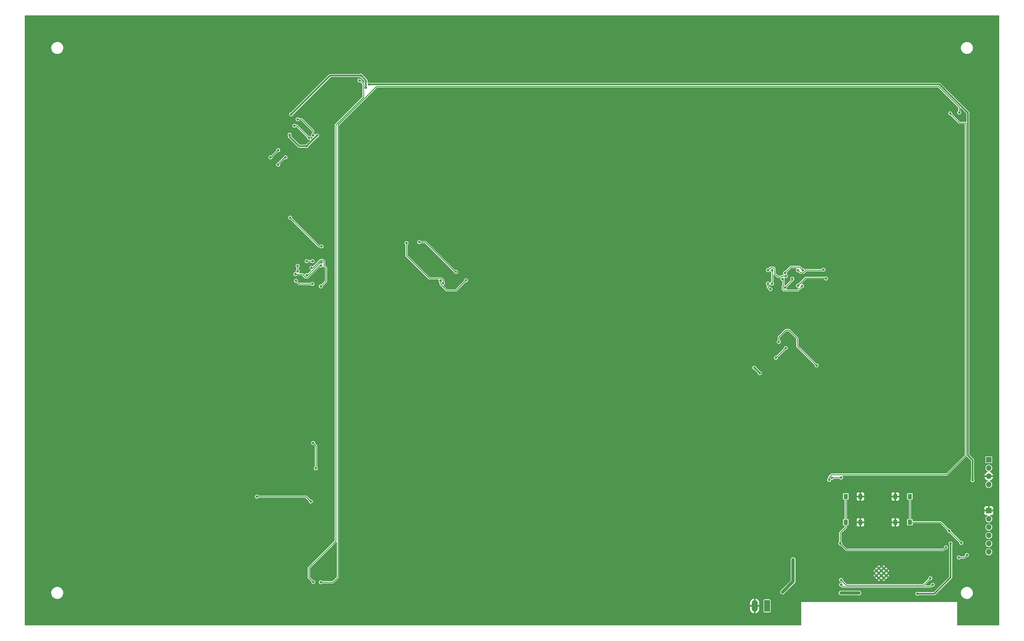
<source format=gbr>
%TF.GenerationSoftware,KiCad,Pcbnew,7.0.1*%
%TF.CreationDate,2023-09-17T14:31:18-07:00*%
%TF.ProjectId,vancouver-skytrain-pcb,76616e63-6f75-4766-9572-2d736b797472,rev?*%
%TF.SameCoordinates,Original*%
%TF.FileFunction,Copper,L2,Bot*%
%TF.FilePolarity,Positive*%
%FSLAX46Y46*%
G04 Gerber Fmt 4.6, Leading zero omitted, Abs format (unit mm)*
G04 Created by KiCad (PCBNEW 7.0.1) date 2023-09-17 14:31:18*
%MOMM*%
%LPD*%
G01*
G04 APERTURE LIST*
G04 Aperture macros list*
%AMRoundRect*
0 Rectangle with rounded corners*
0 $1 Rounding radius*
0 $2 $3 $4 $5 $6 $7 $8 $9 X,Y pos of 4 corners*
0 Add a 4 corners polygon primitive as box body*
4,1,4,$2,$3,$4,$5,$6,$7,$8,$9,$2,$3,0*
0 Add four circle primitives for the rounded corners*
1,1,$1+$1,$2,$3*
1,1,$1+$1,$4,$5*
1,1,$1+$1,$6,$7*
1,1,$1+$1,$8,$9*
0 Add four rect primitives between the rounded corners*
20,1,$1+$1,$2,$3,$4,$5,0*
20,1,$1+$1,$4,$5,$6,$7,0*
20,1,$1+$1,$6,$7,$8,$9,0*
20,1,$1+$1,$8,$9,$2,$3,0*%
G04 Aperture macros list end*
%TA.AperFunction,ComponentPad*%
%ADD10R,1.700000X1.700000*%
%TD*%
%TA.AperFunction,ComponentPad*%
%ADD11O,1.700000X1.700000*%
%TD*%
%TA.AperFunction,HeatsinkPad*%
%ADD12C,0.600000*%
%TD*%
%TA.AperFunction,ComponentPad*%
%ADD13RoundRect,0.250000X0.650000X1.550000X-0.650000X1.550000X-0.650000X-1.550000X0.650000X-1.550000X0*%
%TD*%
%TA.AperFunction,ComponentPad*%
%ADD14O,1.800000X3.600000*%
%TD*%
%TA.AperFunction,SMDPad,CuDef*%
%ADD15R,1.300000X1.550000*%
%TD*%
%TA.AperFunction,ViaPad*%
%ADD16C,0.800000*%
%TD*%
%TA.AperFunction,Conductor*%
%ADD17C,0.500000*%
%TD*%
%TA.AperFunction,Conductor*%
%ADD18C,1.000000*%
%TD*%
%TA.AperFunction,Conductor*%
%ADD19C,0.250000*%
%TD*%
G04 APERTURE END LIST*
D10*
%TO.P,J1,1,Pin_1*%
%TO.N,+5V*%
X308750000Y-148950000D03*
D11*
%TO.P,J1,2,Pin_2*%
%TO.N,LED_IN*%
X308750000Y-151490000D03*
%TO.P,J1,3,Pin_3*%
%TO.N,GND*%
X308750000Y-154030000D03*
%TO.P,J1,4,Pin_4*%
%TO.N,LED_OUT*%
X308750000Y-156570000D03*
%TD*%
D10*
%TO.P,J3_PROGRAMING_PIN1,1,Pin_1*%
%TO.N,GND*%
X308750000Y-164650000D03*
D11*
%TO.P,J3_PROGRAMING_PIN1,2,Pin_2*%
%TO.N,unconnected-(J3_PROGRAMING_PIN1-Pin_2-Pad2)*%
X308750000Y-167190000D03*
%TO.P,J3_PROGRAMING_PIN1,3,Pin_3*%
%TO.N,+5V*%
X308750000Y-169730000D03*
%TO.P,J3_PROGRAMING_PIN1,4,Pin_4*%
%TO.N,/RXD*%
X308750000Y-172270000D03*
%TO.P,J3_PROGRAMING_PIN1,5,Pin_5*%
%TO.N,/TXD*%
X308750000Y-174810000D03*
%TO.P,J3_PROGRAMING_PIN1,6,Pin_6*%
%TO.N,/RTS*%
X308750000Y-177350000D03*
%TD*%
D12*
%TO.P,U_CPU1,39,GND*%
%TO.N,GND*%
X277205000Y-184682500D03*
X277205000Y-183157500D03*
X276442500Y-185445000D03*
X276442500Y-183920000D03*
X276442500Y-182395000D03*
X275680000Y-184682500D03*
X275680000Y-183157500D03*
X274917500Y-185445000D03*
X274917500Y-183920000D03*
X274917500Y-182395000D03*
X274155000Y-184682500D03*
X274155000Y-183157500D03*
%TD*%
D13*
%TO.P,J2_POWER_IN1,1,Pin_1*%
%TO.N,+5V*%
X240500000Y-194000000D03*
D14*
%TO.P,J2_POWER_IN1,2,Pin_2*%
%TO.N,GND*%
X236690000Y-194000000D03*
%TD*%
D15*
%TO.P,SW_BOOTLOAD1,1,A*%
%TO.N,/GPIO0*%
X264740000Y-160275000D03*
X264740000Y-168225000D03*
%TO.P,SW_BOOTLOAD1,2,B*%
%TO.N,GND*%
X269240000Y-160275000D03*
X269240000Y-168225000D03*
%TD*%
%TO.P,SW_RESET1,1,A*%
%TO.N,/RESET*%
X284480000Y-168225000D03*
X284480000Y-160275000D03*
%TO.P,SW_RESET1,2,B*%
%TO.N,GND*%
X279980000Y-168225000D03*
X279980000Y-160275000D03*
%TD*%
D16*
%TO.N,+5V*%
X238262299Y-122262299D03*
X115500000Y-30500000D03*
X98750000Y-52250000D03*
X245250000Y-189750000D03*
X248500000Y-179750000D03*
X93987701Y-42487701D03*
X93500000Y-48750000D03*
X117000000Y-34250000D03*
X102000000Y-49000000D03*
X236575201Y-120575201D03*
%TO.N,GND*%
X194520000Y-91275500D03*
X194540000Y-93675500D03*
X237780000Y-93885500D03*
X259987127Y-152250000D03*
X251735000Y-177250000D03*
X296864500Y-45940000D03*
X101750000Y-133125000D03*
X102974500Y-86295491D03*
X103119500Y-152500000D03*
X258560000Y-156230000D03*
X121980000Y-83849500D03*
X138085688Y-90884312D03*
X231760000Y-93885500D03*
X151348238Y-101903943D03*
X88520000Y-47940000D03*
X174049480Y-124549480D03*
X160197741Y-112932259D03*
X177197259Y-125712741D03*
X181962500Y-132712500D03*
X188840000Y-132350000D03*
X114937259Y-78702741D03*
X285804253Y-62428851D03*
X102000000Y-142875000D03*
X91826041Y-46923959D03*
X270760000Y-60849500D03*
X206740000Y-91375500D03*
X87010000Y-58390000D03*
X145790000Y-94190000D03*
X158974479Y-109724479D03*
X94842741Y-62327259D03*
X111225000Y-92500000D03*
X130775000Y-85000000D03*
X260000000Y-69825000D03*
X103135500Y-115250000D03*
X74000000Y-158975500D03*
X101750000Y-185675000D03*
X184770000Y-91114500D03*
X248407053Y-112157053D03*
X184740000Y-93635500D03*
X237740000Y-91380500D03*
X84739312Y-161379312D03*
X181525000Y-92500000D03*
X154834312Y-103035688D03*
X282280000Y-60950000D03*
X246750000Y-110250000D03*
X100700500Y-152500000D03*
X64000000Y-161369500D03*
X245375353Y-113624647D03*
X100599500Y-172963782D03*
X96687259Y-60452741D03*
X103500000Y-93549500D03*
X247750000Y-91500000D03*
X206710000Y-135114500D03*
X157960000Y-91275500D03*
X171000000Y-91250000D03*
X219280000Y-93885500D03*
X296660000Y-63635500D03*
X100614500Y-102190000D03*
X112982741Y-80717259D03*
X100750000Y-140000000D03*
X239250000Y-117750000D03*
X103135500Y-102170000D03*
X168200000Y-92500000D03*
X232242741Y-124522741D03*
X101750000Y-175625000D03*
X283500000Y-171750000D03*
X299635500Y-54980000D03*
X90637701Y-71762299D03*
X203700000Y-136500000D03*
X91842947Y-74907053D03*
X141600000Y-91648959D03*
X238416296Y-120550500D03*
X166524480Y-117274480D03*
X100630500Y-130500000D03*
X230473846Y-128030800D03*
X102000000Y-105300000D03*
X296849500Y-54980000D03*
X121950000Y-86370500D03*
X96750000Y-50750000D03*
X81500000Y-160250000D03*
X261385500Y-134220000D03*
X83520000Y-60800000D03*
X194460000Y-137674500D03*
X169849312Y-118300688D03*
X94383130Y-90864500D03*
X219200000Y-137870500D03*
X298100500Y-60199098D03*
X261310000Y-156220000D03*
X183192741Y-135677259D03*
X75030000Y-91114500D03*
X255960440Y-104631327D03*
X203700000Y-92500000D03*
X152682741Y-105417259D03*
X91625000Y-92500000D03*
X261385500Y-145210000D03*
X234277259Y-126457259D03*
X75000000Y-93885500D03*
X254330000Y-91630000D03*
X101250000Y-66750000D03*
X245000000Y-185750000D03*
X101750000Y-117950000D03*
X228500000Y-92500000D03*
X103119500Y-173000000D03*
X185207259Y-133722741D03*
X133820688Y-86619312D03*
X71700000Y-160250000D03*
X84250000Y-158864500D03*
X97540000Y-90864500D03*
X101750000Y-165500000D03*
X167805688Y-120354312D03*
X95000000Y-48750000D03*
X299635500Y-46139098D03*
X194460000Y-135114500D03*
X103503191Y-91003191D03*
X171000000Y-93650500D03*
X219220000Y-91380500D03*
X301750000Y-152500000D03*
X254118673Y-102750000D03*
X256820000Y-119069500D03*
X293620000Y-60970000D03*
X306250000Y-154000000D03*
X103049500Y-163250000D03*
X154011145Y-92724415D03*
X273775000Y-62250000D03*
X61650000Y-160250000D03*
X93397016Y-73024500D03*
X84490000Y-93885500D03*
X97000000Y-93515000D03*
X162457259Y-110722741D03*
X241000000Y-92500000D03*
X270790000Y-63650500D03*
X244430000Y-94410500D03*
X101195000Y-92445000D03*
X100750000Y-115250000D03*
X206750000Y-93885500D03*
X85420013Y-62628611D03*
X216125000Y-92500000D03*
X140194312Y-88645688D03*
X92940000Y-58680000D03*
X282270000Y-63635500D03*
X264500000Y-191500000D03*
X301750000Y-150500000D03*
X260530000Y-120820000D03*
X285540000Y-192110000D03*
X306290000Y-164650000D03*
X260237701Y-131012299D03*
X241073758Y-119573758D03*
X260176797Y-142226395D03*
X258364500Y-145210000D03*
X103000000Y-130500000D03*
X231760000Y-91380500D03*
X298500000Y-51950000D03*
X258349310Y-122790963D03*
X258364500Y-134180000D03*
X133780000Y-83980000D03*
X101500000Y-46000000D03*
X90740000Y-50100000D03*
X102000000Y-84600000D03*
X216125000Y-136500000D03*
X113250000Y-91250000D03*
X191425000Y-92500000D03*
X219210000Y-135140000D03*
X298350000Y-42090000D03*
X100753191Y-86518191D03*
X143210000Y-95650000D03*
X113933850Y-93289077D03*
X103070688Y-70869312D03*
X100700500Y-163250000D03*
X253750000Y-105227582D03*
X157980000Y-93685500D03*
X81625000Y-92500000D03*
X63750000Y-159000000D03*
X246630000Y-93710000D03*
X111084500Y-77005344D03*
X94000000Y-93750000D03*
X250750000Y-92750000D03*
X102000000Y-155175000D03*
X103135500Y-140250000D03*
X74000000Y-161250000D03*
X71950000Y-92500000D03*
X98500000Y-47250000D03*
X105004312Y-68705688D03*
X175187741Y-127672259D03*
X118167299Y-85357299D03*
X206700000Y-137870500D03*
X303265000Y-174600000D03*
X100750000Y-183000000D03*
X261135500Y-72740000D03*
X84540000Y-91114500D03*
X258614500Y-72720000D03*
X117930000Y-30260000D03*
X244500000Y-91380500D03*
X103400000Y-81250000D03*
X254320000Y-94150500D03*
X191400000Y-136500000D03*
X256720000Y-96350000D03*
X103119500Y-183250000D03*
%TO.N,LEDS_EXPO_LINE_EAST_TO_WEST*%
X263250000Y-154445500D03*
X260397256Y-154567174D03*
%TO.N,Net-(LED108-DOUT)*%
X90000000Y-53500000D03*
X87631553Y-55750000D03*
%TO.N,Net-(LED107-DOUT)*%
X99500000Y-49750000D03*
X95000000Y-46000000D03*
%TO.N,Net-(LED15-DOUT)*%
X133399312Y-81850688D03*
X144750000Y-91049500D03*
%TO.N,Net-(LED19-DOUT)*%
X100750000Y-49000000D03*
X95987701Y-44012299D03*
%TO.N,LEDS_MILLENNIUM_LINE_EAST_TO_WEST*%
X259600385Y-155170500D03*
X296864500Y-42200000D03*
%TO.N,Net-(LED25-DOUT)*%
X140744673Y-94500000D03*
X129481364Y-82150500D03*
%TO.N,Net-(LED36-DOUT)*%
X246250000Y-114500000D03*
X243242182Y-117492337D03*
%TO.N,Net-(LED39-DOUT)*%
X251500000Y-90500000D03*
X246000000Y-91364500D03*
%TO.N,Net-(LED40-DOUT)*%
X242000000Y-94650500D03*
X241994312Y-90494312D03*
%TO.N,Net-(LED41-DOUT)*%
X245250000Y-93250000D03*
X251250000Y-95400500D03*
%TO.N,Net-(LED44-DOUT)*%
X244100688Y-112600688D03*
X255750000Y-119873959D03*
%TO.N,Net-(LED54-DOUT)*%
X250000000Y-90500000D03*
X257850688Y-90350688D03*
%TO.N,Net-(LED55-DOUT)*%
X240750000Y-90500000D03*
X246271570Y-92326401D03*
%TO.N,Net-(LED68-DOUT)*%
X95275500Y-91725000D03*
X103202406Y-89082406D03*
%TO.N,Net-(LED74-DOUT)*%
X100556185Y-94718413D03*
X95480000Y-93790000D03*
%TO.N,Net-(LED79-DOUT)*%
X140000000Y-93750000D03*
X147818438Y-93617062D03*
%TO.N,Net-(LED87-DOUT)*%
X246000000Y-95834500D03*
X240750000Y-94650500D03*
X248250000Y-93120500D03*
X241500000Y-96349500D03*
%TO.N,Net-(LED88-DOUT)*%
X250000000Y-95250000D03*
X258646559Y-93062065D03*
%TO.N,LEDS_CANADA_LINE_SOUTH_TO_NORTH*%
X299650500Y-41920688D03*
X103134062Y-186694562D03*
%TO.N,Net-(LED102-DOUT)*%
X100250000Y-89750000D03*
X103135500Y-95500000D03*
%TO.N,Net-(LED103-DOUT)*%
X103385500Y-88099817D03*
X98750000Y-92025500D03*
%TO.N,Net-(LED104-DOUT)*%
X93710940Y-74322738D03*
X103370000Y-83180000D03*
%TO.N,Net-(LED106-DOUT)*%
X92250000Y-55750000D03*
X90000000Y-58000000D03*
%TO.N,Net-(LED111-DOUT)*%
X96000000Y-89165500D03*
X100599500Y-87750000D03*
X98750000Y-87750000D03*
X96000000Y-90864500D03*
%TO.N,Net-(LED116-DOUT)*%
X101591803Y-151607991D03*
X100760688Y-143789312D03*
%TO.N,Net-(LED123-DOUT)*%
X100010000Y-161800000D03*
X83430000Y-160329500D03*
%TO.N,LED_OUT*%
X303750000Y-155250000D03*
X118000000Y-33250000D03*
%TO.N,+3.3V*%
X286750000Y-190250000D03*
X263250000Y-190000000D03*
X297000000Y-174750000D03*
X268750000Y-190040000D03*
%TO.N,/RESET*%
X296560000Y-170910000D03*
X300250000Y-174600000D03*
%TO.N,/RXD*%
X263250000Y-186000000D03*
X290750000Y-185500000D03*
%TO.N,/TXD*%
X263250000Y-187500000D03*
X291500000Y-187500000D03*
%TO.N,/RTS*%
X302015000Y-178350000D03*
X299515000Y-179100000D03*
%TO.N,LEDS_SEA_BUS*%
X115000000Y-32000000D03*
X100781026Y-186619651D03*
%TO.N,/GPIO0*%
X263000000Y-174750000D03*
X295550000Y-175950000D03*
%TD*%
D17*
%TO.N,+5V*%
X236575201Y-120575201D02*
X238262299Y-122262299D01*
X96420000Y-52300000D02*
X98700000Y-52300000D01*
X102000000Y-49000000D02*
X99375000Y-51625000D01*
X93500000Y-49380000D02*
X96420000Y-52300000D01*
X117010000Y-32010000D02*
X117010000Y-34240000D01*
D18*
X248500000Y-186500000D02*
X245250000Y-189750000D01*
D17*
X93500000Y-48750000D02*
X93500000Y-49380000D01*
X105975402Y-30500000D02*
X93987701Y-42487701D01*
X99375000Y-51625000D02*
X98750000Y-52250000D01*
X117010000Y-34240000D02*
X117000000Y-34250000D01*
X98700000Y-52300000D02*
X98750000Y-52250000D01*
D18*
X248500000Y-179750000D02*
X248500000Y-186500000D01*
D17*
X115500000Y-30500000D02*
X105975402Y-30500000D01*
X115500000Y-30500000D02*
X117010000Y-32010000D01*
D19*
%TO.N,GND*%
X93397016Y-73024500D02*
X93397016Y-73147016D01*
X93397016Y-73147016D02*
X93500000Y-73250000D01*
%TO.N,LEDS_EXPO_LINE_EAST_TO_WEST*%
X260518930Y-154445500D02*
X260397256Y-154567174D01*
X263250000Y-154445500D02*
X260518930Y-154445500D01*
%TO.N,Net-(LED108-DOUT)*%
X90000000Y-53500000D02*
X87750000Y-55750000D01*
X87750000Y-55750000D02*
X87631553Y-55750000D01*
%TO.N,Net-(LED107-DOUT)*%
X95750000Y-46000000D02*
X95000000Y-46000000D01*
X99500000Y-49750000D02*
X95750000Y-46000000D01*
%TO.N,Net-(LED15-DOUT)*%
X144549500Y-91049500D02*
X135350688Y-81850688D01*
X144750000Y-91049500D02*
X144549500Y-91049500D01*
X135350688Y-81850688D02*
X133399312Y-81850688D01*
%TO.N,Net-(LED19-DOUT)*%
X97262299Y-44012299D02*
X100750000Y-47500000D01*
X95987701Y-44012299D02*
X97262299Y-44012299D01*
X100750000Y-47500000D02*
X100750000Y-49000000D01*
%TO.N,LEDS_MILLENNIUM_LINE_EAST_TO_WEST*%
X260429125Y-153510000D02*
X259600385Y-154338740D01*
X301740000Y-147590000D02*
X295820000Y-153510000D01*
X299774500Y-45110000D02*
X301740000Y-45110000D01*
X296864500Y-42200000D02*
X299774500Y-45110000D01*
X295820000Y-153510000D02*
X260429125Y-153510000D01*
X301740000Y-45110000D02*
X301740000Y-147590000D01*
X259600385Y-154338740D02*
X259600385Y-155170500D01*
%TO.N,Net-(LED25-DOUT)*%
X140744673Y-93469368D02*
X140744673Y-94500000D01*
X129481364Y-82150500D02*
X129481364Y-85981364D01*
X129481364Y-85981364D02*
X136525000Y-93025000D01*
X136525000Y-93025000D02*
X140300305Y-93025000D01*
X140300305Y-93025000D02*
X140744673Y-93469368D01*
%TO.N,Net-(LED36-DOUT)*%
X243242182Y-117492337D02*
X243257663Y-117492337D01*
X243257663Y-117492337D02*
X246250000Y-114500000D01*
%TO.N,Net-(LED39-DOUT)*%
X246000000Y-91364500D02*
X246000000Y-91250000D01*
X246000000Y-91250000D02*
X247750000Y-89500000D01*
X250500000Y-89500000D02*
X251500000Y-90500000D01*
X247750000Y-89500000D02*
X250500000Y-89500000D01*
%TO.N,Net-(LED40-DOUT)*%
X241994312Y-90494312D02*
X242110000Y-90610000D01*
X242110000Y-90610000D02*
X242110000Y-94540500D01*
X242110000Y-94540500D02*
X242000000Y-94650500D01*
%TO.N,Net-(LED41-DOUT)*%
X245750000Y-96750000D02*
X249900500Y-96750000D01*
X245275000Y-95534195D02*
X245275000Y-96275000D01*
X245250000Y-93250000D02*
X245600000Y-93600000D01*
X249900500Y-96750000D02*
X251250000Y-95400500D01*
X245275000Y-96275000D02*
X245750000Y-96750000D01*
X245600000Y-95209195D02*
X245275000Y-95534195D01*
X245600000Y-93600000D02*
X245600000Y-95209195D01*
%TO.N,Net-(LED44-DOUT)*%
X249790000Y-113913959D02*
X249790000Y-111490000D01*
X247280000Y-108980000D02*
X246280000Y-108980000D01*
X244100688Y-111159312D02*
X244100688Y-112600688D01*
X249790000Y-111490000D02*
X247280000Y-108980000D01*
X255750000Y-119873959D02*
X249790000Y-113913959D01*
X246280000Y-108980000D02*
X244100688Y-111159312D01*
%TO.N,Net-(LED54-DOUT)*%
X252475305Y-90550000D02*
X251775305Y-91250000D01*
X257651376Y-90550000D02*
X252475305Y-90550000D01*
X257850688Y-90350688D02*
X257651376Y-90550000D01*
X250750000Y-91250000D02*
X250000000Y-90500000D01*
X251775305Y-91250000D02*
X250750000Y-91250000D01*
%TO.N,Net-(LED55-DOUT)*%
X242830000Y-90080000D02*
X242519312Y-89769312D01*
X241480688Y-89769312D02*
X240750000Y-90500000D01*
X244934695Y-92540000D02*
X243790000Y-92540000D01*
X242519312Y-89769312D02*
X241480688Y-89769312D01*
X246271570Y-92326401D02*
X245148294Y-92326401D01*
X245148294Y-92326401D02*
X244934695Y-92540000D01*
X242830000Y-91580000D02*
X242830000Y-90080000D01*
X243790000Y-92540000D02*
X242830000Y-91580000D01*
%TO.N,Net-(LED68-DOUT)*%
X98449695Y-92750500D02*
X97469195Y-91770000D01*
X99069500Y-92750500D02*
X98449695Y-92750500D01*
X103202406Y-89082406D02*
X102737594Y-89082406D01*
X102737594Y-89082406D02*
X99069500Y-92750500D01*
X95320500Y-91770000D02*
X95275500Y-91725000D01*
X97469195Y-91770000D02*
X95320500Y-91770000D01*
%TO.N,Net-(LED74-DOUT)*%
X100514598Y-94760000D02*
X100556185Y-94718413D01*
X96450000Y-94760000D02*
X100514598Y-94760000D01*
X95480000Y-93790000D02*
X96450000Y-94760000D01*
%TO.N,Net-(LED79-DOUT)*%
X144685500Y-96750000D02*
X147818438Y-93617062D01*
X140000000Y-93750000D02*
X140000000Y-94780632D01*
X140000000Y-94780632D02*
X141969368Y-96750000D01*
X141969368Y-96750000D02*
X144685500Y-96750000D01*
%TO.N,Net-(LED87-DOUT)*%
X248250000Y-93120500D02*
X248250000Y-93584500D01*
X248250000Y-93584500D02*
X246000000Y-95834500D01*
X240750000Y-95690000D02*
X240750000Y-94650500D01*
X241500000Y-96349500D02*
X241409500Y-96349500D01*
X241409500Y-96349500D02*
X240750000Y-95690000D01*
%TO.N,Net-(LED88-DOUT)*%
X258444494Y-92860000D02*
X258646559Y-93062065D01*
X250000000Y-95250000D02*
X252390000Y-92860000D01*
X252390000Y-92860000D02*
X258444494Y-92860000D01*
%TO.N,LEDS_CANADA_LINE_SOUTH_TO_NORTH*%
X293325000Y-33825000D02*
X299650500Y-40150500D01*
X120255000Y-33825000D02*
X293325000Y-33825000D01*
X299650500Y-40150500D02*
X299650500Y-41920688D01*
X108390000Y-185200000D02*
X108390000Y-45690000D01*
X103134062Y-186694562D02*
X106895438Y-186694562D01*
X106895438Y-186694562D02*
X108390000Y-185200000D01*
X108390000Y-45690000D02*
X120255000Y-33825000D01*
%TO.N,Net-(LED102-DOUT)*%
X104730000Y-93905500D02*
X103135500Y-95500000D01*
X100710012Y-89750000D02*
X103085195Y-87374817D01*
X103085195Y-87374817D02*
X103685805Y-87374817D01*
X103685805Y-87374817D02*
X104110500Y-87799512D01*
X104110500Y-89130500D02*
X104730000Y-89750000D01*
X104730000Y-89750000D02*
X104730000Y-93905500D01*
X104110500Y-87799512D02*
X104110500Y-89130500D01*
X100250000Y-89750000D02*
X100710012Y-89750000D01*
%TO.N,Net-(LED103-DOUT)*%
X103385500Y-88099817D02*
X103035683Y-88099817D01*
X99110000Y-92025500D02*
X98750000Y-92025500D01*
X103035683Y-88099817D02*
X99110000Y-92025500D01*
%TO.N,Net-(LED104-DOUT)*%
X103370000Y-83180000D02*
X102568202Y-83180000D01*
X102568202Y-83180000D02*
X93710940Y-74322738D01*
%TO.N,Net-(LED106-DOUT)*%
X90000000Y-58000000D02*
X90000000Y-57750000D01*
X92000000Y-55750000D02*
X92250000Y-55750000D01*
X90000000Y-57750000D02*
X92000000Y-55750000D01*
%TO.N,Net-(LED111-DOUT)*%
X98750000Y-87750000D02*
X100599500Y-87750000D01*
X96000000Y-90864500D02*
X96000000Y-89165500D01*
%TO.N,Net-(LED116-DOUT)*%
X101591803Y-151607991D02*
X101660000Y-151539794D01*
X101660000Y-151539794D02*
X101660000Y-144688624D01*
X101660000Y-144688624D02*
X100760688Y-143789312D01*
%TO.N,Net-(LED123-DOUT)*%
X98539500Y-160329500D02*
X83430000Y-160329500D01*
X100010000Y-161800000D02*
X98539500Y-160329500D01*
D17*
%TO.N,LED_OUT*%
X293563172Y-33250000D02*
X302325000Y-42011828D01*
X303750000Y-149010000D02*
X303750000Y-155250000D01*
X302325000Y-147585000D02*
X303750000Y-149010000D01*
X302325000Y-42011828D02*
X302325000Y-147585000D01*
X118000000Y-33250000D02*
X293563172Y-33250000D01*
%TO.N,+3.3V*%
X297000000Y-185210000D02*
X291960000Y-190250000D01*
X291960000Y-190250000D02*
X286750000Y-190250000D01*
D18*
X263250000Y-190000000D02*
X268750000Y-190000000D01*
D17*
X297000000Y-174750000D02*
X297000000Y-185210000D01*
D18*
X268750000Y-190000000D02*
X268750000Y-190040000D01*
D19*
%TO.N,/RESET*%
X293875000Y-168225000D02*
X300250000Y-174600000D01*
X284480000Y-168225000D02*
X293875000Y-168225000D01*
X284480000Y-160275000D02*
X284480000Y-168225000D01*
%TO.N,/RXD*%
X290750000Y-185500000D02*
X288640000Y-187610000D01*
X264860000Y-187610000D02*
X263250000Y-186000000D01*
X288640000Y-187610000D02*
X264860000Y-187610000D01*
%TO.N,/TXD*%
X263810000Y-188060000D02*
X263250000Y-187500000D01*
X291500000Y-187500000D02*
X290940000Y-188060000D01*
X290940000Y-188060000D02*
X263810000Y-188060000D01*
%TO.N,/RTS*%
X299515000Y-179100000D02*
X301265000Y-179100000D01*
X301265000Y-179100000D02*
X302015000Y-178350000D01*
%TO.N,LEDS_SEA_BUS*%
X99460000Y-182260000D02*
X107710000Y-174010000D01*
X115190000Y-32000000D02*
X115000000Y-32000000D01*
X99460000Y-185298625D02*
X99460000Y-182260000D01*
X116275000Y-33085000D02*
X115190000Y-32000000D01*
X116275000Y-37168604D02*
X116275000Y-33085000D01*
X100781026Y-186619651D02*
X99460000Y-185298625D01*
X107710000Y-174010000D02*
X107710000Y-45733604D01*
X107710000Y-45733604D02*
X116275000Y-37168604D01*
%TO.N,/GPIO0*%
X295550000Y-175950000D02*
X294750000Y-176750000D01*
X263000000Y-171500000D02*
X264740000Y-169760000D01*
X265000000Y-176750000D02*
X263000000Y-174750000D01*
X264740000Y-168225000D02*
X264740000Y-160275000D01*
X263000000Y-171500000D02*
X263000000Y-174750000D01*
X264740000Y-169760000D02*
X264740000Y-168225000D01*
X294750000Y-176750000D02*
X265000000Y-176750000D01*
%TD*%
%TA.AperFunction,Conductor*%
%TO.N,GND*%
G36*
X311937500Y-12017113D02*
G01*
X311982887Y-12062500D01*
X311999500Y-12124500D01*
X311999500Y-199875500D01*
X311982887Y-199937500D01*
X311937500Y-199982887D01*
X311875500Y-199999500D01*
X299124000Y-199999500D01*
X299062000Y-199982887D01*
X299016613Y-199937500D01*
X299000000Y-199875500D01*
X299000000Y-192810000D01*
X251000000Y-192810000D01*
X251000000Y-199875500D01*
X250983387Y-199937500D01*
X250938000Y-199982887D01*
X250876000Y-199999500D01*
X12124500Y-199999500D01*
X12062500Y-199982887D01*
X12017113Y-199937500D01*
X12000500Y-199875500D01*
X12000500Y-194250000D01*
X235290000Y-194250000D01*
X235290000Y-194959477D01*
X235305148Y-195137455D01*
X235365198Y-195368083D01*
X235463360Y-195585241D01*
X235596811Y-195782687D01*
X235761711Y-195954741D01*
X235953315Y-196096450D01*
X236166113Y-196203741D01*
X236393982Y-196273525D01*
X236440000Y-196279418D01*
X236440000Y-194250000D01*
X236940000Y-194250000D01*
X236940000Y-196278265D01*
X237101434Y-196243473D01*
X237322562Y-196154616D01*
X237525497Y-196029664D01*
X237704394Y-195872215D01*
X237854106Y-195686800D01*
X237900211Y-195604269D01*
X239399500Y-195604269D01*
X239402353Y-195634696D01*
X239447207Y-195762884D01*
X239527849Y-195872150D01*
X239637115Y-195952792D01*
X239637118Y-195952793D01*
X239765301Y-195997646D01*
X239777474Y-195998787D01*
X239795731Y-196000500D01*
X239795734Y-196000500D01*
X241204266Y-196000500D01*
X241204269Y-196000500D01*
X241219482Y-195999072D01*
X241234699Y-195997646D01*
X241362882Y-195952793D01*
X241362882Y-195952792D01*
X241362884Y-195952792D01*
X241472150Y-195872150D01*
X241552792Y-195762884D01*
X241552793Y-195762882D01*
X241597646Y-195634699D01*
X241600500Y-195604266D01*
X241600500Y-192395734D01*
X241597646Y-192365301D01*
X241552793Y-192237118D01*
X241552792Y-192237115D01*
X241472150Y-192127849D01*
X241362884Y-192047207D01*
X241234696Y-192002353D01*
X241204269Y-191999500D01*
X241204266Y-191999500D01*
X239795734Y-191999500D01*
X239795731Y-191999500D01*
X239765303Y-192002353D01*
X239637115Y-192047207D01*
X239527849Y-192127849D01*
X239447207Y-192237115D01*
X239402353Y-192365303D01*
X239399500Y-192395731D01*
X239399500Y-195604269D01*
X237900211Y-195604269D01*
X237970332Y-195478749D01*
X238049726Y-195254042D01*
X238090000Y-195019160D01*
X238090000Y-194250000D01*
X236940000Y-194250000D01*
X236440000Y-194250000D01*
X235290000Y-194250000D01*
X12000500Y-194250000D01*
X12000500Y-193750000D01*
X235290000Y-193750000D01*
X236440000Y-193750000D01*
X236440000Y-191721735D01*
X236439999Y-191721734D01*
X236278565Y-191756526D01*
X236057437Y-191845383D01*
X235854502Y-191970335D01*
X235675605Y-192127784D01*
X235525893Y-192313199D01*
X235409667Y-192521250D01*
X235330273Y-192745957D01*
X235290000Y-192980840D01*
X235290000Y-193750000D01*
X12000500Y-193750000D01*
X12000500Y-190067764D01*
X20145787Y-190067764D01*
X20175413Y-190337016D01*
X20190175Y-190393479D01*
X20243928Y-190599088D01*
X20318486Y-190774537D01*
X20349871Y-190848392D01*
X20490982Y-191079611D01*
X20580253Y-191186881D01*
X20664255Y-191287820D01*
X20865998Y-191468582D01*
X21091910Y-191618044D01*
X21198211Y-191667875D01*
X21337177Y-191733021D01*
X21547369Y-191796258D01*
X21596569Y-191811060D01*
X21864561Y-191850500D01*
X22067631Y-191850500D01*
X22067634Y-191850500D01*
X22270156Y-191835677D01*
X22270156Y-191835676D01*
X22534553Y-191776780D01*
X22681489Y-191720582D01*
X236940000Y-191720582D01*
X236940000Y-193750000D01*
X238090000Y-193750000D01*
X238090000Y-193040523D01*
X238074851Y-192862544D01*
X238014801Y-192631916D01*
X237916639Y-192414758D01*
X237783188Y-192217312D01*
X237618288Y-192045258D01*
X237426684Y-191903549D01*
X237213886Y-191796258D01*
X236986017Y-191726474D01*
X236940000Y-191720582D01*
X22681489Y-191720582D01*
X22787558Y-191680014D01*
X23023777Y-191547441D01*
X23238177Y-191381888D01*
X23426186Y-191186881D01*
X23583799Y-190966579D01*
X23707656Y-190725675D01*
X23795118Y-190469305D01*
X23844319Y-190202933D01*
X23854212Y-189932235D01*
X23829473Y-189707394D01*
X244545642Y-189707394D01*
X244546321Y-189718625D01*
X244555914Y-189877199D01*
X244606520Y-190039603D01*
X244694528Y-190185186D01*
X244814813Y-190305471D01*
X244960396Y-190393479D01*
X245122800Y-190444085D01*
X245122804Y-190444086D01*
X245292606Y-190454358D01*
X245459932Y-190423695D01*
X245615057Y-190353878D01*
X245715367Y-190275290D01*
X245905601Y-190085056D01*
X262549500Y-190085056D01*
X262551517Y-190093238D01*
X262590209Y-190250224D01*
X262619206Y-190305472D01*
X262669266Y-190400852D01*
X262716668Y-190454358D01*
X262782072Y-190528184D01*
X262817794Y-190552841D01*
X262922070Y-190624818D01*
X263081128Y-190685140D01*
X263207628Y-190700500D01*
X268487599Y-190700500D01*
X268517274Y-190704103D01*
X268664944Y-190740500D01*
X268835055Y-190740500D01*
X268835056Y-190740500D01*
X269000225Y-190699790D01*
X269150852Y-190620734D01*
X269278183Y-190507929D01*
X269374818Y-190367930D01*
X269419542Y-190250000D01*
X286144317Y-190250000D01*
X286164956Y-190406762D01*
X286225463Y-190552840D01*
X286321717Y-190678282D01*
X286384067Y-190726124D01*
X286447159Y-190774536D01*
X286593238Y-190835044D01*
X286750000Y-190855682D01*
X286906762Y-190835044D01*
X287052841Y-190774536D01*
X287115935Y-190726122D01*
X287151560Y-190707081D01*
X287191419Y-190700500D01*
X291927738Y-190700500D01*
X291941622Y-190701280D01*
X291977033Y-190705270D01*
X291977033Y-190705269D01*
X291977035Y-190705270D01*
X292033228Y-190694636D01*
X292037726Y-190693872D01*
X292094287Y-190685348D01*
X292094288Y-190685347D01*
X292100268Y-190684446D01*
X292105128Y-190682846D01*
X292110467Y-190680023D01*
X292110472Y-190680023D01*
X292161045Y-190653292D01*
X292165136Y-190651227D01*
X292216642Y-190626425D01*
X292216644Y-190626422D01*
X292222078Y-190623806D01*
X292226271Y-190620831D01*
X292230533Y-190616568D01*
X292230538Y-190616566D01*
X292271002Y-190576100D01*
X292274260Y-190572962D01*
X292316194Y-190534055D01*
X292316195Y-190534053D01*
X292320613Y-190529954D01*
X292332033Y-190515069D01*
X292779338Y-190067764D01*
X300145787Y-190067764D01*
X300175413Y-190337016D01*
X300190175Y-190393479D01*
X300243928Y-190599088D01*
X300318486Y-190774537D01*
X300349871Y-190848392D01*
X300490982Y-191079611D01*
X300580253Y-191186881D01*
X300664255Y-191287820D01*
X300865998Y-191468582D01*
X301091910Y-191618044D01*
X301198211Y-191667875D01*
X301337177Y-191733021D01*
X301547369Y-191796258D01*
X301596569Y-191811060D01*
X301864561Y-191850500D01*
X302067631Y-191850500D01*
X302067634Y-191850500D01*
X302270156Y-191835677D01*
X302270156Y-191835676D01*
X302534553Y-191776780D01*
X302787558Y-191680014D01*
X303023777Y-191547441D01*
X303238177Y-191381888D01*
X303426186Y-191186881D01*
X303583799Y-190966579D01*
X303707656Y-190725675D01*
X303795118Y-190469305D01*
X303844319Y-190202933D01*
X303854212Y-189932235D01*
X303824586Y-189662982D01*
X303756072Y-189400912D01*
X303650130Y-189151610D01*
X303509018Y-188920390D01*
X303509017Y-188920388D01*
X303335746Y-188712181D01*
X303230758Y-188618112D01*
X303134002Y-188531418D01*
X302908090Y-188381956D01*
X302902821Y-188379486D01*
X302662822Y-188266978D01*
X302403437Y-188188941D01*
X302403431Y-188188940D01*
X302135439Y-188149500D01*
X301932369Y-188149500D01*
X301932366Y-188149500D01*
X301729843Y-188164322D01*
X301465449Y-188223219D01*
X301212441Y-188319986D01*
X300976223Y-188452559D01*
X300761825Y-188618109D01*
X300573813Y-188813120D01*
X300416201Y-189033420D01*
X300292342Y-189274329D01*
X300204881Y-189530695D01*
X300155680Y-189797066D01*
X300145787Y-190067764D01*
X292779338Y-190067764D01*
X297295749Y-185551353D01*
X297306098Y-185542105D01*
X297333970Y-185519879D01*
X297366182Y-185472630D01*
X297368820Y-185468911D01*
X297402793Y-185422883D01*
X297402795Y-185422877D01*
X297406379Y-185418021D01*
X297408694Y-185413437D01*
X297421902Y-185370616D01*
X297427323Y-185353038D01*
X297428759Y-185348672D01*
X297447646Y-185294700D01*
X297447646Y-185294695D01*
X297449637Y-185289006D01*
X297450500Y-185283932D01*
X297450500Y-185220739D01*
X297450587Y-185216102D01*
X297451296Y-185197159D01*
X297452724Y-185158990D01*
X297452723Y-185158989D01*
X297452949Y-185152970D01*
X297450500Y-185134365D01*
X297450500Y-179099999D01*
X298909317Y-179099999D01*
X298929956Y-179256762D01*
X298990463Y-179402840D01*
X299086717Y-179528282D01*
X299155587Y-179581127D01*
X299212159Y-179624536D01*
X299358238Y-179685044D01*
X299515000Y-179705682D01*
X299671762Y-179685044D01*
X299817841Y-179624536D01*
X299943282Y-179528282D01*
X299984923Y-179474013D01*
X300028455Y-179438288D01*
X300083299Y-179425500D01*
X301245373Y-179425500D01*
X301256180Y-179425971D01*
X301293807Y-179429264D01*
X301330324Y-179419478D01*
X301340830Y-179417149D01*
X301378045Y-179410588D01*
X301378047Y-179410586D01*
X301379112Y-179410399D01*
X301403799Y-179400173D01*
X301404682Y-179399554D01*
X301404684Y-179399554D01*
X301435625Y-179377887D01*
X301444722Y-179372091D01*
X301477455Y-179353194D01*
X301501748Y-179324241D01*
X301509036Y-179316288D01*
X301843315Y-178982009D01*
X301891136Y-178952273D01*
X301947180Y-178946753D01*
X302015000Y-178955682D01*
X302171762Y-178935044D01*
X302317841Y-178874536D01*
X302443282Y-178778282D01*
X302539536Y-178652841D01*
X302600044Y-178506762D01*
X302620682Y-178350000D01*
X302600044Y-178193238D01*
X302539536Y-178047159D01*
X302539535Y-178047158D01*
X302443282Y-177921717D01*
X302317840Y-177825463D01*
X302171762Y-177764956D01*
X302015000Y-177744317D01*
X301858237Y-177764956D01*
X301712159Y-177825463D01*
X301586717Y-177921717D01*
X301490463Y-178047159D01*
X301429956Y-178193237D01*
X301409317Y-178350000D01*
X301418246Y-178417818D01*
X301412726Y-178473861D01*
X301382988Y-178521684D01*
X301166490Y-178738183D01*
X301126265Y-178765061D01*
X301078812Y-178774500D01*
X300083299Y-178774500D01*
X300028455Y-178761712D01*
X299984923Y-178725986D01*
X299943281Y-178671717D01*
X299817840Y-178575463D01*
X299671762Y-178514956D01*
X299515000Y-178494317D01*
X299358237Y-178514956D01*
X299212159Y-178575463D01*
X299086717Y-178671717D01*
X298990463Y-178797159D01*
X298929956Y-178943237D01*
X298909317Y-179099999D01*
X297450500Y-179099999D01*
X297450500Y-177350000D01*
X307694417Y-177350000D01*
X307714699Y-177555932D01*
X307714700Y-177555934D01*
X307774768Y-177753954D01*
X307872315Y-177936450D01*
X307923608Y-177998952D01*
X308003589Y-178096410D01*
X308083569Y-178162047D01*
X308163550Y-178227685D01*
X308346046Y-178325232D01*
X308544066Y-178385300D01*
X308750000Y-178405583D01*
X308955934Y-178385300D01*
X309153954Y-178325232D01*
X309336450Y-178227685D01*
X309496410Y-178096410D01*
X309627685Y-177936450D01*
X309725232Y-177753954D01*
X309785300Y-177555934D01*
X309805583Y-177350000D01*
X309785300Y-177144066D01*
X309725232Y-176946046D01*
X309627685Y-176763550D01*
X309562047Y-176683569D01*
X309496410Y-176603589D01*
X309339156Y-176474536D01*
X309336450Y-176472315D01*
X309153954Y-176374768D01*
X309054944Y-176344734D01*
X308955932Y-176314699D01*
X308750000Y-176294417D01*
X308544067Y-176314699D01*
X308346043Y-176374769D01*
X308163551Y-176472314D01*
X308003589Y-176603589D01*
X307872314Y-176763551D01*
X307774769Y-176946043D01*
X307714699Y-177144067D01*
X307694417Y-177350000D01*
X297450500Y-177350000D01*
X297450500Y-175191419D01*
X297457081Y-175151560D01*
X297476122Y-175115935D01*
X297524536Y-175052841D01*
X297585044Y-174906762D01*
X297605682Y-174750000D01*
X297585044Y-174593238D01*
X297524536Y-174447159D01*
X297456807Y-174358892D01*
X297428282Y-174321717D01*
X297302840Y-174225463D01*
X297156762Y-174164956D01*
X297000000Y-174144317D01*
X296843237Y-174164956D01*
X296697159Y-174225463D01*
X296571717Y-174321717D01*
X296475463Y-174447159D01*
X296414956Y-174593237D01*
X296394317Y-174750000D01*
X296414956Y-174906762D01*
X296475462Y-175052838D01*
X296475463Y-175052840D01*
X296475464Y-175052841D01*
X296523877Y-175115935D01*
X296542919Y-175151560D01*
X296549500Y-175191419D01*
X296549500Y-184972035D01*
X296540061Y-185019488D01*
X296513181Y-185059716D01*
X291809716Y-189763181D01*
X291769488Y-189790061D01*
X291722035Y-189799500D01*
X287191419Y-189799500D01*
X287151560Y-189792919D01*
X287115935Y-189773877D01*
X287052841Y-189725464D01*
X287052840Y-189725463D01*
X287052838Y-189725462D01*
X286906762Y-189664956D01*
X286750000Y-189644317D01*
X286593237Y-189664956D01*
X286447159Y-189725463D01*
X286321717Y-189821717D01*
X286225463Y-189947159D01*
X286164956Y-190093237D01*
X286144317Y-190250000D01*
X269419542Y-190250000D01*
X269435140Y-190208872D01*
X269448952Y-190095115D01*
X269450500Y-190086675D01*
X269450500Y-189914944D01*
X269442080Y-189880786D01*
X269439380Y-189866053D01*
X269435140Y-189831128D01*
X269422665Y-189798233D01*
X269418210Y-189783937D01*
X269409790Y-189749776D01*
X269409790Y-189749775D01*
X269393433Y-189718610D01*
X269387297Y-189704975D01*
X269374818Y-189672070D01*
X269369907Y-189664956D01*
X269354830Y-189643113D01*
X269347082Y-189630297D01*
X269330734Y-189599148D01*
X269307394Y-189572802D01*
X269298178Y-189561038D01*
X269278183Y-189532071D01*
X269278181Y-189532068D01*
X269251847Y-189508739D01*
X269241263Y-189498156D01*
X269217929Y-189471817D01*
X269217925Y-189471814D01*
X269188965Y-189451823D01*
X269177180Y-189442590D01*
X269150851Y-189419265D01*
X269119705Y-189402918D01*
X269106891Y-189395172D01*
X269077929Y-189375181D01*
X269045026Y-189362702D01*
X269031377Y-189356559D01*
X269000227Y-189340211D01*
X269000226Y-189340210D01*
X269000225Y-189340210D01*
X268966048Y-189331785D01*
X268951776Y-189327338D01*
X268918872Y-189314860D01*
X268918867Y-189314858D01*
X268883942Y-189310617D01*
X268869220Y-189307919D01*
X268835059Y-189299500D01*
X268835056Y-189299500D01*
X268792372Y-189299500D01*
X263207628Y-189299500D01*
X263144378Y-189307179D01*
X263081127Y-189314860D01*
X262922069Y-189375182D01*
X262782072Y-189471815D01*
X262669265Y-189599149D01*
X262590209Y-189749775D01*
X262561550Y-189866053D01*
X262549500Y-189914944D01*
X262549500Y-190085056D01*
X245905601Y-190085056D01*
X248490655Y-187500000D01*
X262644317Y-187500000D01*
X262664956Y-187656762D01*
X262725463Y-187802840D01*
X262821717Y-187928282D01*
X262947158Y-188024535D01*
X262947159Y-188024536D01*
X263093238Y-188085044D01*
X263224106Y-188102273D01*
X263249999Y-188105682D01*
X263249999Y-188105681D01*
X263250000Y-188105682D01*
X263317818Y-188096753D01*
X263373862Y-188102273D01*
X263421685Y-188132011D01*
X263565950Y-188276276D01*
X263573258Y-188284250D01*
X263597545Y-188313194D01*
X263621594Y-188327079D01*
X263630256Y-188332080D01*
X263639379Y-188337892D01*
X263670316Y-188359554D01*
X263670317Y-188359554D01*
X263671198Y-188360171D01*
X263695891Y-188370400D01*
X263696954Y-188370587D01*
X263696955Y-188370588D01*
X263734143Y-188377145D01*
X263744701Y-188379485D01*
X263781193Y-188389264D01*
X263818823Y-188385971D01*
X263829630Y-188385500D01*
X290920373Y-188385500D01*
X290931180Y-188385971D01*
X290968807Y-188389264D01*
X291005324Y-188379478D01*
X291015830Y-188377149D01*
X291053045Y-188370588D01*
X291053047Y-188370586D01*
X291054112Y-188370399D01*
X291078799Y-188360173D01*
X291079682Y-188359554D01*
X291079684Y-188359554D01*
X291110625Y-188337887D01*
X291119722Y-188332091D01*
X291152455Y-188313194D01*
X291176748Y-188284241D01*
X291184036Y-188276288D01*
X291328315Y-188132009D01*
X291376136Y-188102273D01*
X291432180Y-188096753D01*
X291500000Y-188105682D01*
X291656762Y-188085044D01*
X291802841Y-188024536D01*
X291928282Y-187928282D01*
X292024536Y-187802841D01*
X292085044Y-187656762D01*
X292105682Y-187500000D01*
X292085044Y-187343238D01*
X292024536Y-187197159D01*
X291928282Y-187071717D01*
X291802840Y-186975463D01*
X291656762Y-186914956D01*
X291500000Y-186894317D01*
X291343237Y-186914956D01*
X291197159Y-186975463D01*
X291071717Y-187071717D01*
X290975463Y-187197159D01*
X290914956Y-187343237D01*
X290894317Y-187500000D01*
X290903246Y-187567818D01*
X290897727Y-187623861D01*
X290867990Y-187671683D01*
X290841494Y-187698180D01*
X290801265Y-187725061D01*
X290753811Y-187734500D01*
X289275188Y-187734500D01*
X289218893Y-187720985D01*
X289174870Y-187683385D01*
X289152715Y-187629898D01*
X289157257Y-187572182D01*
X289187507Y-187522819D01*
X289513167Y-187197159D01*
X290578315Y-186132009D01*
X290626136Y-186102273D01*
X290682180Y-186096753D01*
X290750000Y-186105682D01*
X290906762Y-186085044D01*
X291052841Y-186024536D01*
X291178282Y-185928282D01*
X291274536Y-185802841D01*
X291335044Y-185656762D01*
X291355682Y-185500000D01*
X291335044Y-185343238D01*
X291274536Y-185197159D01*
X291209527Y-185112437D01*
X291178282Y-185071717D01*
X291052840Y-184975463D01*
X290906762Y-184914956D01*
X290750000Y-184894317D01*
X290593237Y-184914956D01*
X290447159Y-184975463D01*
X290321717Y-185071717D01*
X290225463Y-185197159D01*
X290164956Y-185343237D01*
X290144317Y-185500000D01*
X290153246Y-185567818D01*
X290147726Y-185623862D01*
X290117988Y-185671684D01*
X288541493Y-187248181D01*
X288501265Y-187275061D01*
X288453812Y-187284500D01*
X265046188Y-187284500D01*
X264998735Y-187275061D01*
X264958507Y-187248181D01*
X263882011Y-186171685D01*
X263875777Y-186161660D01*
X274554391Y-186161660D01*
X274568196Y-186170335D01*
X274738359Y-186229877D01*
X274917500Y-186250062D01*
X275096640Y-186229877D01*
X275266803Y-186170335D01*
X275280607Y-186161661D01*
X275280607Y-186161660D01*
X276079391Y-186161660D01*
X276093196Y-186170335D01*
X276263359Y-186229877D01*
X276442500Y-186250062D01*
X276621640Y-186229877D01*
X276791803Y-186170335D01*
X276805607Y-186161661D01*
X276805607Y-186161660D01*
X276442501Y-185798553D01*
X276442500Y-185798553D01*
X276079391Y-186161660D01*
X275280607Y-186161660D01*
X274917501Y-185798553D01*
X274917500Y-185798553D01*
X274554391Y-186161660D01*
X263875777Y-186161660D01*
X263852273Y-186123862D01*
X263846753Y-186067818D01*
X263851616Y-186030879D01*
X263855682Y-186000000D01*
X263835044Y-185843238D01*
X263774536Y-185697159D01*
X263678282Y-185571717D01*
X263552840Y-185475463D01*
X263406762Y-185414956D01*
X263286785Y-185399160D01*
X273791891Y-185399160D01*
X273805696Y-185407835D01*
X273975855Y-185467376D01*
X274018480Y-185472178D01*
X274070569Y-185490404D01*
X274109592Y-185529425D01*
X274127819Y-185581514D01*
X274132622Y-185624140D01*
X274192165Y-185794304D01*
X274200838Y-185808108D01*
X274563947Y-185445001D01*
X274563947Y-185445000D01*
X275271053Y-185445000D01*
X275634160Y-185808107D01*
X275666121Y-185804507D01*
X275693887Y-185804508D01*
X275725838Y-185808108D01*
X276088947Y-185445001D01*
X276088947Y-185445000D01*
X276796053Y-185445000D01*
X277159160Y-185808107D01*
X277159161Y-185808107D01*
X277167835Y-185794303D01*
X277227376Y-185624144D01*
X277232178Y-185581518D01*
X277250405Y-185529428D01*
X277289428Y-185490405D01*
X277341518Y-185472178D01*
X277384144Y-185467376D01*
X277554303Y-185407835D01*
X277568107Y-185399161D01*
X277568107Y-185399160D01*
X277205000Y-185036053D01*
X276796053Y-185445000D01*
X276088947Y-185445000D01*
X275680000Y-185036053D01*
X275271053Y-185445000D01*
X274563947Y-185445000D01*
X274155001Y-185036053D01*
X274155000Y-185036053D01*
X273791891Y-185399160D01*
X263286785Y-185399160D01*
X263250000Y-185394317D01*
X263093237Y-185414956D01*
X262947159Y-185475463D01*
X262821717Y-185571717D01*
X262725463Y-185697159D01*
X262664956Y-185843237D01*
X262644317Y-185999999D01*
X262664956Y-186156762D01*
X262725463Y-186302840D01*
X262821717Y-186428282D01*
X262903721Y-186491205D01*
X262947159Y-186524536D01*
X263093238Y-186585044D01*
X263220278Y-186601769D01*
X263249999Y-186605682D01*
X263249999Y-186605681D01*
X263250000Y-186605682D01*
X263317818Y-186596753D01*
X263373862Y-186602273D01*
X263421685Y-186632011D01*
X263491490Y-186701816D01*
X263522703Y-186754279D01*
X263525099Y-186815278D01*
X263498099Y-186870028D01*
X263448247Y-186905261D01*
X263387624Y-186912436D01*
X263250000Y-186894317D01*
X263093237Y-186914956D01*
X262947159Y-186975463D01*
X262821717Y-187071717D01*
X262725463Y-187197159D01*
X262664956Y-187343237D01*
X262644317Y-187500000D01*
X248490655Y-187500000D01*
X248977731Y-187012924D01*
X248983150Y-187007823D01*
X249028183Y-186967929D01*
X249062355Y-186918420D01*
X249066775Y-186912413D01*
X249103878Y-186865057D01*
X249108035Y-186855819D01*
X249119060Y-186836270D01*
X249124818Y-186827930D01*
X249146152Y-186771673D01*
X249148996Y-186764808D01*
X249173695Y-186709932D01*
X249175522Y-186699958D01*
X249181552Y-186678331D01*
X249185140Y-186668871D01*
X249191116Y-186619650D01*
X249192390Y-186609157D01*
X249193509Y-186601799D01*
X249204357Y-186542606D01*
X249200726Y-186482577D01*
X249200500Y-186475090D01*
X249200500Y-184682500D01*
X273349937Y-184682500D01*
X273370122Y-184861640D01*
X273429665Y-185031804D01*
X273438338Y-185045608D01*
X273801447Y-184682501D01*
X273801447Y-184682500D01*
X274508553Y-184682500D01*
X274917500Y-185091447D01*
X275326447Y-184682500D01*
X276033553Y-184682500D01*
X276442500Y-185091447D01*
X276851447Y-184682500D01*
X277558553Y-184682500D01*
X277921660Y-185045607D01*
X277921661Y-185045607D01*
X277930335Y-185031803D01*
X277989877Y-184861640D01*
X278010062Y-184682500D01*
X277989877Y-184503359D01*
X277930335Y-184333196D01*
X277921660Y-184319391D01*
X277558553Y-184682500D01*
X276851447Y-184682500D01*
X276442500Y-184273553D01*
X276033553Y-184682500D01*
X275326447Y-184682500D01*
X274917500Y-184273553D01*
X274508553Y-184682500D01*
X273801447Y-184682500D01*
X273438338Y-184319390D01*
X273438338Y-184319391D01*
X273429664Y-184333196D01*
X273370122Y-184503359D01*
X273349937Y-184682500D01*
X249200500Y-184682500D01*
X249200500Y-183965838D01*
X273791890Y-183965838D01*
X274154999Y-184328947D01*
X274563947Y-183920000D01*
X275271053Y-183920000D01*
X275680000Y-184328947D01*
X276088947Y-183920000D01*
X276796053Y-183920000D01*
X277205000Y-184328947D01*
X277205001Y-184328947D01*
X277568108Y-183965838D01*
X277564508Y-183933884D01*
X277564507Y-183906119D01*
X277568107Y-183874160D01*
X277205000Y-183511053D01*
X276796053Y-183920000D01*
X276088947Y-183920000D01*
X275680000Y-183511053D01*
X275271053Y-183920000D01*
X274563947Y-183920000D01*
X274155001Y-183511053D01*
X274155000Y-183511053D01*
X273791890Y-183874161D01*
X273795491Y-183906123D01*
X273795491Y-183933892D01*
X273791890Y-183965838D01*
X249200500Y-183965838D01*
X249200500Y-183157499D01*
X273349937Y-183157499D01*
X273370122Y-183336640D01*
X273429665Y-183506804D01*
X273438338Y-183520608D01*
X273801447Y-183157501D01*
X273801447Y-183157500D01*
X274508553Y-183157500D01*
X274917500Y-183566447D01*
X275326447Y-183157500D01*
X276033553Y-183157500D01*
X276442500Y-183566447D01*
X276851447Y-183157500D01*
X277558553Y-183157500D01*
X277921660Y-183520607D01*
X277921661Y-183520607D01*
X277930335Y-183506803D01*
X277989877Y-183336640D01*
X278010062Y-183157500D01*
X277989877Y-182978359D01*
X277930335Y-182808196D01*
X277921660Y-182794391D01*
X277558553Y-183157500D01*
X276851447Y-183157500D01*
X276442500Y-182748553D01*
X276033553Y-183157500D01*
X275326447Y-183157500D01*
X274917500Y-182748553D01*
X274508553Y-183157500D01*
X273801447Y-183157500D01*
X273438338Y-182794390D01*
X273438338Y-182794391D01*
X273429664Y-182808196D01*
X273370122Y-182978359D01*
X273349937Y-183157499D01*
X249200500Y-183157499D01*
X249200500Y-182440838D01*
X273791890Y-182440838D01*
X274154999Y-182803947D01*
X274563947Y-182395000D01*
X275271053Y-182395000D01*
X275680000Y-182803947D01*
X276088947Y-182395000D01*
X276796053Y-182395000D01*
X277205000Y-182803947D01*
X277205001Y-182803947D01*
X277568108Y-182440838D01*
X277554304Y-182432165D01*
X277384140Y-182372622D01*
X277341514Y-182367819D01*
X277289425Y-182349592D01*
X277250404Y-182310569D01*
X277232178Y-182258480D01*
X277227376Y-182215855D01*
X277167835Y-182045696D01*
X277159160Y-182031891D01*
X276796053Y-182395000D01*
X276088947Y-182395000D01*
X275725838Y-182031890D01*
X275693892Y-182035491D01*
X275666123Y-182035491D01*
X275634161Y-182031890D01*
X275271053Y-182395000D01*
X274563947Y-182395000D01*
X274200838Y-182031890D01*
X274200838Y-182031891D01*
X274192164Y-182045696D01*
X274132622Y-182215859D01*
X274127819Y-182258485D01*
X274109592Y-182310572D01*
X274070572Y-182349592D01*
X274018485Y-182367819D01*
X273975859Y-182372622D01*
X273805696Y-182432164D01*
X273791891Y-182440838D01*
X273791890Y-182440838D01*
X249200500Y-182440838D01*
X249200500Y-181678338D01*
X274554390Y-181678338D01*
X274917500Y-182041447D01*
X274917501Y-182041447D01*
X275280608Y-181678338D01*
X276079390Y-181678338D01*
X276442500Y-182041447D01*
X276442501Y-182041447D01*
X276805608Y-181678338D01*
X276791804Y-181669665D01*
X276621640Y-181610122D01*
X276442500Y-181589937D01*
X276263359Y-181610122D01*
X276093196Y-181669664D01*
X276079391Y-181678338D01*
X276079390Y-181678338D01*
X275280608Y-181678338D01*
X275266804Y-181669665D01*
X275096640Y-181610122D01*
X274917500Y-181589937D01*
X274738359Y-181610122D01*
X274568196Y-181669664D01*
X274554391Y-181678338D01*
X274554390Y-181678338D01*
X249200500Y-181678338D01*
X249200500Y-179707629D01*
X249197758Y-179685044D01*
X249185140Y-179581128D01*
X249124818Y-179422070D01*
X249028183Y-179282071D01*
X248900852Y-179169266D01*
X248886588Y-179161780D01*
X248750224Y-179090209D01*
X248625764Y-179059533D01*
X248585056Y-179049500D01*
X248414944Y-179049500D01*
X248382284Y-179057549D01*
X248249775Y-179090209D01*
X248099149Y-179169265D01*
X247971815Y-179282072D01*
X247875182Y-179422069D01*
X247814860Y-179581127D01*
X247799500Y-179707629D01*
X247799500Y-186158481D01*
X247790061Y-186205934D01*
X247763181Y-186246162D01*
X244724712Y-189284629D01*
X244646121Y-189384944D01*
X244576305Y-189540067D01*
X244552115Y-189672068D01*
X244545642Y-189707394D01*
X23829473Y-189707394D01*
X23824586Y-189662982D01*
X23756072Y-189400912D01*
X23650130Y-189151610D01*
X23509018Y-188920390D01*
X23509017Y-188920388D01*
X23335746Y-188712181D01*
X23230758Y-188618112D01*
X23134002Y-188531418D01*
X22908090Y-188381956D01*
X22902821Y-188379486D01*
X22662822Y-188266978D01*
X22403437Y-188188941D01*
X22403431Y-188188940D01*
X22135439Y-188149500D01*
X21932369Y-188149500D01*
X21932366Y-188149500D01*
X21729843Y-188164322D01*
X21465449Y-188223219D01*
X21212441Y-188319986D01*
X20976223Y-188452559D01*
X20761825Y-188618109D01*
X20573813Y-188813120D01*
X20416201Y-189033420D01*
X20292342Y-189274329D01*
X20204881Y-189530695D01*
X20155680Y-189797066D01*
X20145787Y-190067764D01*
X12000500Y-190067764D01*
X12000500Y-160329500D01*
X82824317Y-160329500D01*
X82844956Y-160486262D01*
X82905463Y-160632340D01*
X83001717Y-160757782D01*
X83127158Y-160854035D01*
X83127159Y-160854036D01*
X83273238Y-160914544D01*
X83430000Y-160935182D01*
X83586762Y-160914544D01*
X83732841Y-160854036D01*
X83858282Y-160757782D01*
X83899923Y-160703513D01*
X83943455Y-160667788D01*
X83998299Y-160655000D01*
X98353312Y-160655000D01*
X98400765Y-160664439D01*
X98440993Y-160691319D01*
X99377988Y-161628314D01*
X99407726Y-161676136D01*
X99413246Y-161732180D01*
X99404317Y-161799999D01*
X99424956Y-161956762D01*
X99485463Y-162102840D01*
X99581717Y-162228282D01*
X99707158Y-162324535D01*
X99707159Y-162324536D01*
X99853238Y-162385044D01*
X100010000Y-162405682D01*
X100166762Y-162385044D01*
X100312841Y-162324536D01*
X100438282Y-162228282D01*
X100534536Y-162102841D01*
X100595044Y-161956762D01*
X100615682Y-161800000D01*
X100595044Y-161643238D01*
X100534536Y-161497159D01*
X100531615Y-161493352D01*
X100438282Y-161371717D01*
X100312840Y-161275463D01*
X100166762Y-161214956D01*
X100009999Y-161194317D01*
X99942180Y-161203246D01*
X99886136Y-161197726D01*
X99838314Y-161167988D01*
X98783543Y-160113217D01*
X98776234Y-160105241D01*
X98751954Y-160076305D01*
X98719236Y-160057415D01*
X98710127Y-160051612D01*
X98679184Y-160029946D01*
X98678303Y-160029329D01*
X98653607Y-160019099D01*
X98615352Y-160012353D01*
X98604796Y-160010012D01*
X98568307Y-160000235D01*
X98530680Y-160003528D01*
X98519872Y-160004000D01*
X83998299Y-160004000D01*
X83943455Y-159991212D01*
X83899923Y-159955486D01*
X83858281Y-159901217D01*
X83732840Y-159804963D01*
X83586762Y-159744456D01*
X83430000Y-159723817D01*
X83273237Y-159744456D01*
X83127159Y-159804963D01*
X83001717Y-159901217D01*
X82905463Y-160026659D01*
X82844956Y-160172737D01*
X82824317Y-160329500D01*
X12000500Y-160329500D01*
X12000500Y-143789312D01*
X100155005Y-143789312D01*
X100175644Y-143946074D01*
X100236151Y-144092152D01*
X100332405Y-144217594D01*
X100457846Y-144313847D01*
X100457847Y-144313848D01*
X100603926Y-144374356D01*
X100734794Y-144391585D01*
X100760687Y-144394994D01*
X100760687Y-144394993D01*
X100760688Y-144394994D01*
X100828506Y-144386065D01*
X100884550Y-144391585D01*
X100932373Y-144421323D01*
X101298181Y-144787132D01*
X101325061Y-144827360D01*
X101334500Y-144874813D01*
X101334500Y-150987363D01*
X101321712Y-151042207D01*
X101285986Y-151085737D01*
X101277117Y-151092544D01*
X101163520Y-151179708D01*
X101067266Y-151305150D01*
X101006759Y-151451228D01*
X100986120Y-151607991D01*
X101006759Y-151764753D01*
X101067266Y-151910831D01*
X101163520Y-152036273D01*
X101288961Y-152132526D01*
X101288962Y-152132527D01*
X101435041Y-152193035D01*
X101591803Y-152213673D01*
X101748565Y-152193035D01*
X101894644Y-152132527D01*
X102020085Y-152036273D01*
X102116339Y-151910832D01*
X102176847Y-151764753D01*
X102197485Y-151607991D01*
X102176847Y-151451229D01*
X102116339Y-151305150D01*
X102011124Y-151168030D01*
X101992081Y-151132402D01*
X101985500Y-151092544D01*
X101985500Y-144708243D01*
X101985972Y-144697436D01*
X101989263Y-144659815D01*
X101979486Y-144623328D01*
X101977144Y-144612764D01*
X101970400Y-144574515D01*
X101960173Y-144549825D01*
X101959554Y-144548941D01*
X101959554Y-144548940D01*
X101937878Y-144517984D01*
X101932085Y-144508890D01*
X101913194Y-144476169D01*
X101884261Y-144451891D01*
X101876286Y-144444583D01*
X101392699Y-143960997D01*
X101362961Y-143913174D01*
X101357441Y-143857130D01*
X101366370Y-143789311D01*
X101363652Y-143768672D01*
X101345732Y-143632550D01*
X101285224Y-143486471D01*
X101285223Y-143486470D01*
X101188970Y-143361029D01*
X101063528Y-143264775D01*
X100917450Y-143204268D01*
X100760688Y-143183629D01*
X100603925Y-143204268D01*
X100457847Y-143264775D01*
X100332405Y-143361029D01*
X100236151Y-143486471D01*
X100175644Y-143632549D01*
X100155005Y-143789312D01*
X12000500Y-143789312D01*
X12000500Y-93789999D01*
X94874317Y-93789999D01*
X94894956Y-93946762D01*
X94955463Y-94092840D01*
X95051717Y-94218282D01*
X95177159Y-94314536D01*
X95323238Y-94375044D01*
X95454106Y-94392273D01*
X95479999Y-94395682D01*
X95479999Y-94395681D01*
X95480000Y-94395682D01*
X95547818Y-94386753D01*
X95603862Y-94392273D01*
X95651685Y-94422011D01*
X96205955Y-94976282D01*
X96213263Y-94984256D01*
X96237545Y-95013194D01*
X96270266Y-95032085D01*
X96279360Y-95037878D01*
X96310316Y-95059554D01*
X96310317Y-95059554D01*
X96311201Y-95060173D01*
X96335891Y-95070400D01*
X96336954Y-95070587D01*
X96336955Y-95070588D01*
X96374146Y-95077145D01*
X96384704Y-95079486D01*
X96421191Y-95089263D01*
X96421192Y-95089262D01*
X96421193Y-95089263D01*
X96458811Y-95085971D01*
X96469618Y-95085500D01*
X100019796Y-95085500D01*
X100074640Y-95098288D01*
X100118172Y-95134013D01*
X100127904Y-95146696D01*
X100155045Y-95167522D01*
X100253344Y-95242949D01*
X100399423Y-95303457D01*
X100556185Y-95324095D01*
X100712947Y-95303457D01*
X100859026Y-95242949D01*
X100984467Y-95146695D01*
X101080721Y-95021254D01*
X101141229Y-94875175D01*
X101161867Y-94718413D01*
X101141229Y-94561651D01*
X101080721Y-94415572D01*
X101067923Y-94398893D01*
X100984467Y-94290130D01*
X100859025Y-94193876D01*
X100712947Y-94133369D01*
X100556185Y-94112730D01*
X100399422Y-94133369D01*
X100253344Y-94193876D01*
X100127902Y-94290130D01*
X100054351Y-94385986D01*
X100010819Y-94421712D01*
X99955975Y-94434500D01*
X96636189Y-94434500D01*
X96588736Y-94425061D01*
X96548508Y-94398181D01*
X96339860Y-94189533D01*
X96112010Y-93961684D01*
X96082273Y-93913862D01*
X96076753Y-93857818D01*
X96077459Y-93852457D01*
X96085682Y-93790000D01*
X96065044Y-93633238D01*
X96004536Y-93487159D01*
X95985496Y-93462345D01*
X95908282Y-93361717D01*
X95782840Y-93265463D01*
X95636762Y-93204956D01*
X95480000Y-93184317D01*
X95323237Y-93204956D01*
X95177159Y-93265463D01*
X95051717Y-93361717D01*
X94955463Y-93487159D01*
X94894956Y-93633237D01*
X94874317Y-93789999D01*
X12000500Y-93789999D01*
X12000500Y-91724999D01*
X94669817Y-91724999D01*
X94690456Y-91881762D01*
X94750963Y-92027840D01*
X94847217Y-92153282D01*
X94926999Y-92214500D01*
X94972659Y-92249536D01*
X95118738Y-92310044D01*
X95275500Y-92330682D01*
X95432262Y-92310044D01*
X95578341Y-92249536D01*
X95703782Y-92153282D01*
X95710893Y-92144014D01*
X95754426Y-92108288D01*
X95809270Y-92095500D01*
X97283007Y-92095500D01*
X97330460Y-92104939D01*
X97370687Y-92131818D01*
X97788280Y-92549412D01*
X98205650Y-92966782D01*
X98212957Y-92974755D01*
X98237240Y-93003694D01*
X98249006Y-93010487D01*
X98269956Y-93022583D01*
X98279077Y-93028394D01*
X98310890Y-93050669D01*
X98335596Y-93060902D01*
X98336649Y-93061087D01*
X98336650Y-93061088D01*
X98373838Y-93067645D01*
X98384396Y-93069984D01*
X98420888Y-93079763D01*
X98420888Y-93079762D01*
X98420889Y-93079763D01*
X98441781Y-93077935D01*
X98458506Y-93076471D01*
X98469313Y-93076000D01*
X99049873Y-93076000D01*
X99060680Y-93076471D01*
X99098307Y-93079764D01*
X99134824Y-93069978D01*
X99145330Y-93067649D01*
X99182545Y-93061088D01*
X99182547Y-93061086D01*
X99183612Y-93060899D01*
X99208299Y-93050673D01*
X99209182Y-93050054D01*
X99209184Y-93050054D01*
X99240125Y-93028387D01*
X99249222Y-93022591D01*
X99281955Y-93003694D01*
X99306248Y-92974741D01*
X99313536Y-92966788D01*
X102694693Y-89585632D01*
X102745085Y-89555054D01*
X102803905Y-89551199D01*
X102857859Y-89574940D01*
X102899565Y-89606942D01*
X103045644Y-89667450D01*
X103202406Y-89688088D01*
X103359168Y-89667450D01*
X103505247Y-89606942D01*
X103630688Y-89510688D01*
X103718140Y-89396717D01*
X103774105Y-89355682D01*
X103843354Y-89351143D01*
X103904197Y-89384523D01*
X104368181Y-89848508D01*
X104395061Y-89888736D01*
X104404500Y-89936189D01*
X104404500Y-93719312D01*
X104395061Y-93766765D01*
X104368181Y-93806993D01*
X103307184Y-94867988D01*
X103259362Y-94897726D01*
X103203318Y-94903246D01*
X103135500Y-94894317D01*
X102978737Y-94914956D01*
X102832659Y-94975463D01*
X102707217Y-95071717D01*
X102610963Y-95197159D01*
X102550456Y-95343237D01*
X102529817Y-95499999D01*
X102550456Y-95656762D01*
X102610963Y-95802840D01*
X102707217Y-95928282D01*
X102814766Y-96010806D01*
X102832659Y-96024536D01*
X102978738Y-96085044D01*
X103135500Y-96105682D01*
X103292262Y-96085044D01*
X103438341Y-96024536D01*
X103563782Y-95928282D01*
X103660036Y-95802841D01*
X103720544Y-95656762D01*
X103741182Y-95500000D01*
X103732252Y-95432180D01*
X103737773Y-95376136D01*
X103767509Y-95328315D01*
X104946290Y-94149534D01*
X104954258Y-94142234D01*
X104983192Y-94117957D01*
X104983192Y-94117956D01*
X104983194Y-94117955D01*
X105002091Y-94085222D01*
X105007887Y-94076125D01*
X105029554Y-94045184D01*
X105029554Y-94045182D01*
X105030173Y-94044299D01*
X105040400Y-94019608D01*
X105040587Y-94018546D01*
X105040588Y-94018545D01*
X105047146Y-93981351D01*
X105049483Y-93970803D01*
X105059264Y-93934306D01*
X105057876Y-93918445D01*
X105055972Y-93896676D01*
X105055500Y-93885869D01*
X105055500Y-89769616D01*
X105055972Y-89758808D01*
X105059263Y-89721194D01*
X105049485Y-89684703D01*
X105047144Y-89674140D01*
X105046881Y-89672649D01*
X105040588Y-89636955D01*
X105040587Y-89636954D01*
X105040400Y-89635891D01*
X105030173Y-89611201D01*
X105029554Y-89610317D01*
X105029554Y-89610316D01*
X105007878Y-89579360D01*
X105002085Y-89570266D01*
X104983194Y-89537545D01*
X104954261Y-89513267D01*
X104946286Y-89505959D01*
X104710511Y-89270184D01*
X104472318Y-89031992D01*
X104445439Y-88991765D01*
X104436000Y-88944312D01*
X104436000Y-87819128D01*
X104436472Y-87808320D01*
X104439763Y-87770705D01*
X104429986Y-87734218D01*
X104427645Y-87723655D01*
X104420902Y-87685413D01*
X104410669Y-87660707D01*
X104388394Y-87628894D01*
X104382583Y-87619773D01*
X104363694Y-87587057D01*
X104334761Y-87562779D01*
X104326786Y-87555471D01*
X103929848Y-87158534D01*
X103922539Y-87150558D01*
X103898259Y-87121622D01*
X103865541Y-87102732D01*
X103856432Y-87096929D01*
X103825489Y-87075263D01*
X103824608Y-87074646D01*
X103799912Y-87064416D01*
X103761657Y-87057670D01*
X103751101Y-87055329D01*
X103714612Y-87045552D01*
X103676985Y-87048845D01*
X103666177Y-87049317D01*
X103104823Y-87049317D01*
X103094015Y-87048845D01*
X103056387Y-87045552D01*
X103019899Y-87055329D01*
X103009343Y-87057669D01*
X102971094Y-87064414D01*
X102946388Y-87074648D01*
X102914575Y-87096923D01*
X102905459Y-87102731D01*
X102872740Y-87121622D01*
X102848457Y-87150561D01*
X102841151Y-87158533D01*
X100754998Y-89244686D01*
X100704605Y-89275266D01*
X100645785Y-89279121D01*
X100591831Y-89255381D01*
X100552841Y-89225463D01*
X100406762Y-89164956D01*
X100250000Y-89144317D01*
X100093237Y-89164956D01*
X99947159Y-89225463D01*
X99821717Y-89321717D01*
X99725463Y-89447159D01*
X99664956Y-89593237D01*
X99644317Y-89750000D01*
X99664956Y-89906762D01*
X99725463Y-90052840D01*
X99821717Y-90178282D01*
X99943995Y-90272108D01*
X99947159Y-90274536D01*
X100093238Y-90335044D01*
X100093239Y-90335044D01*
X100096363Y-90336338D01*
X100144764Y-90372234D01*
X100170528Y-90426708D01*
X100167572Y-90486894D01*
X100136592Y-90538580D01*
X99197248Y-91477924D01*
X99157020Y-91504804D01*
X99109568Y-91514243D01*
X99062115Y-91504804D01*
X98906762Y-91440456D01*
X98750000Y-91419817D01*
X98593237Y-91440456D01*
X98447159Y-91500963D01*
X98321717Y-91597217D01*
X98225463Y-91722658D01*
X98195936Y-91793944D01*
X98160039Y-91842345D01*
X98105566Y-91868108D01*
X98045380Y-91865152D01*
X97993694Y-91834172D01*
X97713238Y-91553717D01*
X97705929Y-91545741D01*
X97681649Y-91516805D01*
X97648931Y-91497915D01*
X97639822Y-91492112D01*
X97608879Y-91470446D01*
X97607998Y-91469829D01*
X97583302Y-91459599D01*
X97545047Y-91452853D01*
X97534491Y-91450512D01*
X97498002Y-91440735D01*
X97460375Y-91444028D01*
X97449567Y-91444500D01*
X96563312Y-91444500D01*
X96497832Y-91425801D01*
X96452100Y-91375344D01*
X96439909Y-91308346D01*
X96464936Y-91245014D01*
X96499120Y-91200464D01*
X96524536Y-91167341D01*
X96585044Y-91021262D01*
X96605682Y-90864500D01*
X96585044Y-90707738D01*
X96524536Y-90561659D01*
X96428282Y-90436218D01*
X96374013Y-90394576D01*
X96338288Y-90351045D01*
X96325500Y-90296201D01*
X96325500Y-89733799D01*
X96338288Y-89678955D01*
X96374014Y-89635423D01*
X96388429Y-89624362D01*
X96428282Y-89593782D01*
X96524536Y-89468341D01*
X96585044Y-89322262D01*
X96605682Y-89165500D01*
X96585044Y-89008738D01*
X96524536Y-88862659D01*
X96460776Y-88779565D01*
X96428282Y-88737217D01*
X96302840Y-88640963D01*
X96156762Y-88580456D01*
X96000000Y-88559817D01*
X95843237Y-88580456D01*
X95697159Y-88640963D01*
X95571717Y-88737217D01*
X95475463Y-88862659D01*
X95414956Y-89008737D01*
X95394317Y-89165500D01*
X95414956Y-89322262D01*
X95475463Y-89468340D01*
X95571717Y-89593781D01*
X95625986Y-89635423D01*
X95661712Y-89678955D01*
X95674500Y-89733799D01*
X95674500Y-90296201D01*
X95661712Y-90351045D01*
X95625986Y-90394577D01*
X95571717Y-90436218D01*
X95475463Y-90561659D01*
X95414956Y-90707737D01*
X95394317Y-90864500D01*
X95409459Y-90979513D01*
X95403940Y-91035555D01*
X95374204Y-91083376D01*
X95326385Y-91113115D01*
X95291600Y-91116543D01*
X95291685Y-91117187D01*
X95118737Y-91139956D01*
X94972659Y-91200463D01*
X94847217Y-91296717D01*
X94750963Y-91422159D01*
X94690456Y-91568237D01*
X94669817Y-91724999D01*
X12000500Y-91724999D01*
X12000500Y-87749999D01*
X98144317Y-87749999D01*
X98164956Y-87906762D01*
X98225463Y-88052840D01*
X98321717Y-88178282D01*
X98447158Y-88274535D01*
X98447159Y-88274536D01*
X98593238Y-88335044D01*
X98750000Y-88355682D01*
X98906762Y-88335044D01*
X99052841Y-88274536D01*
X99178282Y-88178282D01*
X99219923Y-88124013D01*
X99263455Y-88088288D01*
X99318299Y-88075500D01*
X100031201Y-88075500D01*
X100086045Y-88088288D01*
X100129576Y-88124013D01*
X100171218Y-88178282D01*
X100296659Y-88274536D01*
X100442738Y-88335044D01*
X100599500Y-88355682D01*
X100756262Y-88335044D01*
X100902341Y-88274536D01*
X101027782Y-88178282D01*
X101124036Y-88052841D01*
X101184544Y-87906762D01*
X101205182Y-87750000D01*
X101184544Y-87593238D01*
X101124036Y-87447159D01*
X101096837Y-87411712D01*
X101027782Y-87321717D01*
X100902340Y-87225463D01*
X100756262Y-87164956D01*
X100599500Y-87144317D01*
X100442737Y-87164956D01*
X100296659Y-87225463D01*
X100171218Y-87321717D01*
X100129577Y-87375986D01*
X100086045Y-87411712D01*
X100031201Y-87424500D01*
X99318299Y-87424500D01*
X99263455Y-87411712D01*
X99219923Y-87375986D01*
X99178281Y-87321717D01*
X99052840Y-87225463D01*
X98906762Y-87164956D01*
X98750000Y-87144317D01*
X98593237Y-87164956D01*
X98447159Y-87225463D01*
X98321717Y-87321717D01*
X98225463Y-87447159D01*
X98164956Y-87593237D01*
X98144317Y-87749999D01*
X12000500Y-87749999D01*
X12000500Y-74322737D01*
X93105257Y-74322737D01*
X93125896Y-74479500D01*
X93186403Y-74625578D01*
X93282657Y-74751020D01*
X93408098Y-74847273D01*
X93408099Y-74847274D01*
X93554178Y-74907782D01*
X93685046Y-74925011D01*
X93710939Y-74928420D01*
X93710939Y-74928419D01*
X93710940Y-74928420D01*
X93778758Y-74919491D01*
X93834802Y-74925011D01*
X93882625Y-74954749D01*
X102324152Y-83396276D01*
X102331460Y-83404250D01*
X102355747Y-83433194D01*
X102379796Y-83447079D01*
X102388458Y-83452080D01*
X102397581Y-83457892D01*
X102428518Y-83479554D01*
X102428519Y-83479554D01*
X102429400Y-83480171D01*
X102454093Y-83490400D01*
X102455156Y-83490587D01*
X102455157Y-83490588D01*
X102492345Y-83497145D01*
X102502908Y-83499487D01*
X102539394Y-83509264D01*
X102539394Y-83509263D01*
X102539395Y-83509264D01*
X102577021Y-83505971D01*
X102587829Y-83505500D01*
X102801701Y-83505500D01*
X102856545Y-83518288D01*
X102900076Y-83554013D01*
X102941718Y-83608282D01*
X103067159Y-83704536D01*
X103213238Y-83765044D01*
X103370000Y-83785682D01*
X103526762Y-83765044D01*
X103672841Y-83704536D01*
X103798282Y-83608282D01*
X103894536Y-83482841D01*
X103955044Y-83336762D01*
X103975682Y-83180000D01*
X103955044Y-83023238D01*
X103894536Y-82877159D01*
X103877149Y-82854500D01*
X103798282Y-82751717D01*
X103672840Y-82655463D01*
X103526762Y-82594956D01*
X103370000Y-82574317D01*
X103213237Y-82594956D01*
X103067159Y-82655463D01*
X102941718Y-82751717D01*
X102900077Y-82805986D01*
X102856545Y-82841712D01*
X102801701Y-82854500D01*
X102754390Y-82854500D01*
X102706937Y-82845061D01*
X102666709Y-82818181D01*
X94342951Y-74494423D01*
X94313213Y-74446600D01*
X94307693Y-74390556D01*
X94316622Y-74322737D01*
X94313904Y-74302099D01*
X94295984Y-74165976D01*
X94235476Y-74019897D01*
X94139222Y-73894455D01*
X94013780Y-73798201D01*
X93867702Y-73737694D01*
X93710940Y-73717055D01*
X93554177Y-73737694D01*
X93408099Y-73798201D01*
X93282657Y-73894455D01*
X93186403Y-74019897D01*
X93125896Y-74165975D01*
X93105257Y-74322737D01*
X12000500Y-74322737D01*
X12000500Y-57999999D01*
X89394317Y-57999999D01*
X89414956Y-58156762D01*
X89475463Y-58302840D01*
X89571717Y-58428282D01*
X89697159Y-58524536D01*
X89843238Y-58585044D01*
X90000000Y-58605682D01*
X90156762Y-58585044D01*
X90302841Y-58524536D01*
X90428282Y-58428282D01*
X90524536Y-58302841D01*
X90585044Y-58156762D01*
X90605682Y-58000000D01*
X90585044Y-57843238D01*
X90552911Y-57765663D01*
X90543473Y-57718213D01*
X90552912Y-57670760D01*
X90579789Y-57630535D01*
X91880535Y-56329789D01*
X91920760Y-56302912D01*
X91968213Y-56293473D01*
X92015663Y-56302911D01*
X92093238Y-56335044D01*
X92250000Y-56355682D01*
X92406762Y-56335044D01*
X92552841Y-56274536D01*
X92678282Y-56178282D01*
X92774536Y-56052841D01*
X92835044Y-55906762D01*
X92855682Y-55750000D01*
X92835044Y-55593238D01*
X92774536Y-55447159D01*
X92774535Y-55447158D01*
X92678282Y-55321717D01*
X92552840Y-55225463D01*
X92406762Y-55164956D01*
X92250000Y-55144317D01*
X92093237Y-55164956D01*
X91947159Y-55225463D01*
X91821717Y-55321717D01*
X91725464Y-55447158D01*
X91661440Y-55601724D01*
X91653949Y-55626419D01*
X91630419Y-55659253D01*
X89909253Y-57380419D01*
X89876419Y-57403949D01*
X89851724Y-57411440D01*
X89697158Y-57475464D01*
X89571717Y-57571717D01*
X89475463Y-57697159D01*
X89414956Y-57843237D01*
X89394317Y-57999999D01*
X12000500Y-57999999D01*
X12000500Y-55749999D01*
X87025870Y-55749999D01*
X87046509Y-55906762D01*
X87107016Y-56052840D01*
X87203270Y-56178282D01*
X87322278Y-56269599D01*
X87328712Y-56274536D01*
X87474791Y-56335044D01*
X87631553Y-56355682D01*
X87788315Y-56335044D01*
X87934394Y-56274536D01*
X88059835Y-56178282D01*
X88156089Y-56052841D01*
X88216597Y-55906762D01*
X88235821Y-55760737D01*
X88247547Y-55722083D01*
X88271075Y-55689249D01*
X89828315Y-54132009D01*
X89876136Y-54102273D01*
X89932180Y-54096753D01*
X90000000Y-54105682D01*
X90156762Y-54085044D01*
X90302841Y-54024536D01*
X90428282Y-53928282D01*
X90524536Y-53802841D01*
X90585044Y-53656762D01*
X90605682Y-53500000D01*
X90585044Y-53343238D01*
X90524536Y-53197159D01*
X90524535Y-53197158D01*
X90428282Y-53071717D01*
X90302840Y-52975463D01*
X90156762Y-52914956D01*
X90000000Y-52894317D01*
X89843237Y-52914956D01*
X89697159Y-52975463D01*
X89571717Y-53071717D01*
X89475463Y-53197159D01*
X89414956Y-53343237D01*
X89394317Y-53500000D01*
X89403246Y-53567818D01*
X89397726Y-53623862D01*
X89367988Y-53671684D01*
X87907904Y-55131768D01*
X87860081Y-55161506D01*
X87804038Y-55167026D01*
X87631553Y-55144317D01*
X87474790Y-55164956D01*
X87328712Y-55225463D01*
X87203270Y-55321717D01*
X87107016Y-55447159D01*
X87046509Y-55593237D01*
X87025870Y-55749999D01*
X12000500Y-55749999D01*
X12000500Y-48749999D01*
X92894317Y-48749999D01*
X92914956Y-48906762D01*
X92975462Y-49052838D01*
X92975463Y-49052840D01*
X92975464Y-49052841D01*
X93023877Y-49115935D01*
X93042919Y-49151560D01*
X93049500Y-49191419D01*
X93049500Y-49347738D01*
X93048720Y-49361622D01*
X93044729Y-49397034D01*
X93055356Y-49453194D01*
X93056133Y-49457766D01*
X93065550Y-49520248D01*
X93067163Y-49525148D01*
X93096687Y-49581010D01*
X93098777Y-49585150D01*
X93126184Y-49642060D01*
X93129183Y-49646287D01*
X93173846Y-49690950D01*
X93177063Y-49694289D01*
X93220043Y-49740611D01*
X93234930Y-49752034D01*
X96078630Y-52595733D01*
X96087896Y-52606101D01*
X96110120Y-52633969D01*
X96157364Y-52666180D01*
X96161145Y-52668863D01*
X96211973Y-52706376D01*
X96216568Y-52708695D01*
X96222325Y-52710470D01*
X96222327Y-52710472D01*
X96247351Y-52718190D01*
X96276980Y-52727330D01*
X96281371Y-52728774D01*
X96335301Y-52747646D01*
X96335303Y-52747646D01*
X96340990Y-52749636D01*
X96346071Y-52750500D01*
X96352098Y-52750500D01*
X96409246Y-52750500D01*
X96413883Y-52750586D01*
X96471010Y-52752725D01*
X96471010Y-52752724D01*
X96477026Y-52752950D01*
X96495638Y-52750500D01*
X98373742Y-52750500D01*
X98413600Y-52757081D01*
X98443155Y-52772878D01*
X98513280Y-52801924D01*
X98593238Y-52835044D01*
X98750000Y-52855682D01*
X98906762Y-52835044D01*
X99052841Y-52774536D01*
X99178282Y-52678282D01*
X99274536Y-52552841D01*
X99335044Y-52406762D01*
X99345424Y-52327913D01*
X99357150Y-52289259D01*
X99380678Y-52256424D01*
X99717425Y-51919679D01*
X99717425Y-51919678D01*
X102006423Y-49630678D01*
X102039258Y-49607149D01*
X102077911Y-49595424D01*
X102156762Y-49585044D01*
X102302841Y-49524536D01*
X102428282Y-49428282D01*
X102524536Y-49302841D01*
X102585044Y-49156762D01*
X102605682Y-49000000D01*
X102585044Y-48843238D01*
X102524536Y-48697159D01*
X102444795Y-48593238D01*
X102428282Y-48571717D01*
X102302840Y-48475463D01*
X102156762Y-48414956D01*
X102000000Y-48394317D01*
X101843237Y-48414956D01*
X101697159Y-48475463D01*
X101571717Y-48571717D01*
X101473376Y-48699879D01*
X101429844Y-48735605D01*
X101375000Y-48748393D01*
X101320156Y-48735605D01*
X101276624Y-48699879D01*
X101178282Y-48571718D01*
X101124014Y-48530077D01*
X101088288Y-48486545D01*
X101075500Y-48431701D01*
X101075500Y-47519627D01*
X101075972Y-47508819D01*
X101079264Y-47471192D01*
X101069487Y-47434706D01*
X101067145Y-47424143D01*
X101060400Y-47385891D01*
X101050171Y-47361198D01*
X101049554Y-47360317D01*
X101049554Y-47360316D01*
X101027892Y-47329379D01*
X101022080Y-47320256D01*
X101003194Y-47287544D01*
X100974255Y-47263262D01*
X100966280Y-47255954D01*
X97506342Y-43796016D01*
X97499033Y-43788040D01*
X97474753Y-43759104D01*
X97442035Y-43740214D01*
X97432926Y-43734411D01*
X97401983Y-43712745D01*
X97401102Y-43712128D01*
X97376406Y-43701898D01*
X97338151Y-43695152D01*
X97327595Y-43692811D01*
X97291106Y-43683034D01*
X97253479Y-43686327D01*
X97242671Y-43686799D01*
X96556000Y-43686799D01*
X96501156Y-43674011D01*
X96457624Y-43638285D01*
X96415982Y-43584016D01*
X96290541Y-43487762D01*
X96144463Y-43427255D01*
X95987701Y-43406616D01*
X95830938Y-43427255D01*
X95684860Y-43487762D01*
X95559418Y-43584016D01*
X95463164Y-43709458D01*
X95402657Y-43855536D01*
X95382018Y-44012299D01*
X95402657Y-44169061D01*
X95463164Y-44315139D01*
X95559418Y-44440581D01*
X95684860Y-44536835D01*
X95830939Y-44597343D01*
X95987701Y-44617981D01*
X96144463Y-44597343D01*
X96290542Y-44536835D01*
X96415983Y-44440581D01*
X96457624Y-44386312D01*
X96501156Y-44350587D01*
X96556000Y-44337799D01*
X97076111Y-44337799D01*
X97123564Y-44347238D01*
X97163792Y-44374118D01*
X100388181Y-47598507D01*
X100415061Y-47638735D01*
X100424500Y-47686188D01*
X100424500Y-48431701D01*
X100411712Y-48486545D01*
X100375986Y-48530077D01*
X100321717Y-48571718D01*
X100225463Y-48697159D01*
X100164956Y-48843237D01*
X100144317Y-48999999D01*
X100164956Y-49156762D01*
X100227592Y-49307981D01*
X100232317Y-49311773D01*
X100321717Y-49428282D01*
X100360142Y-49457766D01*
X100447159Y-49524536D01*
X100552327Y-49568098D01*
X100600727Y-49603994D01*
X100626491Y-49658468D01*
X100623535Y-49718654D01*
X100592555Y-49770340D01*
X100263445Y-50099450D01*
X100204711Y-50132343D01*
X100137445Y-50129700D01*
X100081473Y-50092300D01*
X100053291Y-50031166D01*
X100061202Y-49964320D01*
X100085044Y-49906762D01*
X100105682Y-49750000D01*
X100085044Y-49593238D01*
X100024536Y-49447159D01*
X100024535Y-49447158D01*
X100022406Y-49442017D01*
X100017682Y-49438226D01*
X99928282Y-49321717D01*
X99802840Y-49225463D01*
X99656762Y-49164956D01*
X99499999Y-49144317D01*
X99432180Y-49153246D01*
X99376136Y-49147726D01*
X99328314Y-49117988D01*
X95994043Y-45783717D01*
X95986734Y-45775741D01*
X95962454Y-45746805D01*
X95929736Y-45727915D01*
X95920627Y-45722112D01*
X95889684Y-45700446D01*
X95888803Y-45699829D01*
X95864107Y-45689599D01*
X95825852Y-45682853D01*
X95815296Y-45680512D01*
X95778807Y-45670735D01*
X95741180Y-45674028D01*
X95730372Y-45674500D01*
X95568299Y-45674500D01*
X95513455Y-45661712D01*
X95469923Y-45625986D01*
X95465759Y-45620559D01*
X95428282Y-45571718D01*
X95405019Y-45553868D01*
X95302840Y-45475463D01*
X95156762Y-45414956D01*
X95000000Y-45394317D01*
X94843237Y-45414956D01*
X94697159Y-45475463D01*
X94571717Y-45571717D01*
X94475463Y-45697159D01*
X94414956Y-45843237D01*
X94394317Y-45999999D01*
X94414956Y-46156762D01*
X94475463Y-46302840D01*
X94571717Y-46428282D01*
X94697158Y-46524535D01*
X94697159Y-46524536D01*
X94843238Y-46585044D01*
X95000000Y-46605682D01*
X95156762Y-46585044D01*
X95302841Y-46524536D01*
X95428282Y-46428282D01*
X95467974Y-46376553D01*
X95523940Y-46335517D01*
X95593189Y-46330978D01*
X95654032Y-46364358D01*
X98867988Y-49578314D01*
X98897726Y-49626136D01*
X98903246Y-49682180D01*
X98894317Y-49749999D01*
X98914956Y-49906762D01*
X98975463Y-50052840D01*
X99071717Y-50178282D01*
X99197158Y-50274535D01*
X99197159Y-50274536D01*
X99343238Y-50335044D01*
X99500000Y-50355682D01*
X99656762Y-50335044D01*
X99714320Y-50311202D01*
X99781166Y-50303291D01*
X99842300Y-50331473D01*
X99879700Y-50387445D01*
X99882343Y-50454711D01*
X99849450Y-50513445D01*
X99104462Y-51258435D01*
X98743578Y-51619317D01*
X98710741Y-51642848D01*
X98672084Y-51654575D01*
X98593237Y-51664956D01*
X98447158Y-51725464D01*
X98318905Y-51823876D01*
X98283277Y-51842919D01*
X98243419Y-51849500D01*
X96657965Y-51849500D01*
X96610512Y-51840061D01*
X96570284Y-51813181D01*
X94008260Y-49251157D01*
X93977680Y-49200763D01*
X93973825Y-49141943D01*
X93997566Y-49087989D01*
X94024536Y-49052841D01*
X94085044Y-48906762D01*
X94105682Y-48750000D01*
X94105470Y-48748393D01*
X94098725Y-48697159D01*
X94085044Y-48593238D01*
X94024536Y-48447159D01*
X93983989Y-48394317D01*
X93928282Y-48321717D01*
X93802840Y-48225463D01*
X93656762Y-48164956D01*
X93500000Y-48144317D01*
X93343237Y-48164956D01*
X93197159Y-48225463D01*
X93071717Y-48321717D01*
X92975463Y-48447159D01*
X92914956Y-48593237D01*
X92894317Y-48749999D01*
X12000500Y-48749999D01*
X12000500Y-42487700D01*
X93382018Y-42487700D01*
X93402657Y-42644463D01*
X93463164Y-42790541D01*
X93559418Y-42915983D01*
X93684859Y-43012236D01*
X93684860Y-43012237D01*
X93830939Y-43072745D01*
X93987701Y-43093383D01*
X94144463Y-43072745D01*
X94290542Y-43012237D01*
X94415983Y-42915983D01*
X94512237Y-42790542D01*
X94572745Y-42644463D01*
X94583125Y-42565614D01*
X94594851Y-42526960D01*
X94618379Y-42494125D01*
X106125686Y-30986819D01*
X106165915Y-30959939D01*
X106213368Y-30950500D01*
X115058581Y-30950500D01*
X115098440Y-30957081D01*
X115134064Y-30976122D01*
X115197159Y-31024536D01*
X115343238Y-31085044D01*
X115422083Y-31095424D01*
X115460739Y-31107150D01*
X115493577Y-31130681D01*
X116523181Y-32160285D01*
X116550061Y-32200513D01*
X116559500Y-32247966D01*
X116559500Y-32609812D01*
X116545985Y-32666107D01*
X116508385Y-32710130D01*
X116454898Y-32732285D01*
X116397182Y-32727743D01*
X116347819Y-32697493D01*
X115628676Y-31978350D01*
X115605144Y-31945512D01*
X115593419Y-31906857D01*
X115585044Y-31843238D01*
X115524536Y-31697159D01*
X115487972Y-31649508D01*
X115428282Y-31571717D01*
X115302840Y-31475463D01*
X115156762Y-31414956D01*
X115000000Y-31394317D01*
X114843237Y-31414956D01*
X114697159Y-31475463D01*
X114571717Y-31571717D01*
X114475463Y-31697159D01*
X114414956Y-31843237D01*
X114394317Y-32000000D01*
X114414956Y-32156762D01*
X114475463Y-32302840D01*
X114571717Y-32428282D01*
X114697159Y-32524536D01*
X114843238Y-32585044D01*
X115000000Y-32605682D01*
X115156762Y-32585044D01*
X115191904Y-32570487D01*
X115239358Y-32561047D01*
X115286811Y-32570486D01*
X115327040Y-32597366D01*
X115913181Y-33183507D01*
X115940061Y-33223735D01*
X115949500Y-33271188D01*
X115949500Y-36982415D01*
X115940061Y-37029868D01*
X115913181Y-37070096D01*
X107493714Y-45489562D01*
X107485741Y-45496868D01*
X107456806Y-45521148D01*
X107437914Y-45553868D01*
X107432106Y-45562984D01*
X107409831Y-45594797D01*
X107399597Y-45619503D01*
X107392852Y-45657752D01*
X107390512Y-45668308D01*
X107380735Y-45704796D01*
X107384028Y-45742424D01*
X107384500Y-45753232D01*
X107384500Y-173823812D01*
X107375061Y-173871265D01*
X107348181Y-173911493D01*
X99243714Y-182015958D01*
X99235741Y-182023264D01*
X99206806Y-182047544D01*
X99187914Y-182080264D01*
X99182106Y-182089380D01*
X99159831Y-182121193D01*
X99149597Y-182145899D01*
X99142852Y-182184148D01*
X99140512Y-182194704D01*
X99130735Y-182231192D01*
X99134028Y-182268820D01*
X99134500Y-182279628D01*
X99134500Y-185278997D01*
X99134028Y-185289805D01*
X99130735Y-185327432D01*
X99140512Y-185363921D01*
X99142853Y-185374477D01*
X99149599Y-185412732D01*
X99159829Y-185437428D01*
X99160446Y-185438309D01*
X99182112Y-185469252D01*
X99187915Y-185478361D01*
X99206806Y-185511080D01*
X99235742Y-185535360D01*
X99243718Y-185542669D01*
X100149014Y-186447965D01*
X100178752Y-186495787D01*
X100184272Y-186551831D01*
X100175343Y-186619650D01*
X100195982Y-186776413D01*
X100256489Y-186922491D01*
X100352743Y-187047933D01*
X100383741Y-187071718D01*
X100478185Y-187144187D01*
X100624264Y-187204695D01*
X100781026Y-187225333D01*
X100937788Y-187204695D01*
X101083867Y-187144187D01*
X101209308Y-187047933D01*
X101305562Y-186922492D01*
X101366070Y-186776413D01*
X101386708Y-186619651D01*
X101366070Y-186462889D01*
X101305562Y-186316810D01*
X101294843Y-186302841D01*
X101209308Y-186191368D01*
X101083866Y-186095114D01*
X100937788Y-186034607D01*
X100781025Y-186013968D01*
X100713206Y-186022897D01*
X100657162Y-186017377D01*
X100609340Y-185987639D01*
X99821819Y-185200118D01*
X99794939Y-185159890D01*
X99785500Y-185112437D01*
X99785500Y-182446188D01*
X99794939Y-182398735D01*
X99821819Y-182358507D01*
X103830326Y-178350000D01*
X107852819Y-174327505D01*
X107902182Y-174297256D01*
X107959898Y-174292714D01*
X108013385Y-174314869D01*
X108050985Y-174358892D01*
X108064500Y-174415187D01*
X108064500Y-185013812D01*
X108055061Y-185061265D01*
X108028181Y-185101493D01*
X106796931Y-186332743D01*
X106756703Y-186359623D01*
X106709250Y-186369062D01*
X103702361Y-186369062D01*
X103647517Y-186356274D01*
X103603985Y-186320548D01*
X103562343Y-186266279D01*
X103436902Y-186170025D01*
X103290824Y-186109518D01*
X103134062Y-186088879D01*
X102977299Y-186109518D01*
X102831221Y-186170025D01*
X102705779Y-186266279D01*
X102609525Y-186391721D01*
X102549018Y-186537799D01*
X102528379Y-186694561D01*
X102549018Y-186851324D01*
X102609525Y-186997402D01*
X102705779Y-187122844D01*
X102831221Y-187219098D01*
X102977300Y-187279606D01*
X103134062Y-187300244D01*
X103290824Y-187279606D01*
X103436903Y-187219098D01*
X103562344Y-187122844D01*
X103603985Y-187068575D01*
X103647517Y-187032850D01*
X103702361Y-187020062D01*
X106875811Y-187020062D01*
X106886618Y-187020533D01*
X106924245Y-187023826D01*
X106960762Y-187014040D01*
X106971268Y-187011711D01*
X107008483Y-187005150D01*
X107008485Y-187005148D01*
X107009550Y-187004961D01*
X107034237Y-186994735D01*
X107035120Y-186994116D01*
X107035122Y-186994116D01*
X107066063Y-186972449D01*
X107075160Y-186966653D01*
X107107893Y-186947756D01*
X107132186Y-186918803D01*
X107139474Y-186910850D01*
X108606290Y-185444034D01*
X108614258Y-185436734D01*
X108643192Y-185412457D01*
X108643192Y-185412456D01*
X108643194Y-185412455D01*
X108662091Y-185379722D01*
X108667887Y-185370625D01*
X108689554Y-185339684D01*
X108689554Y-185339682D01*
X108690173Y-185338799D01*
X108700399Y-185314112D01*
X108700586Y-185313047D01*
X108700588Y-185313045D01*
X108707149Y-185275830D01*
X108709478Y-185265324D01*
X108719264Y-185228807D01*
X108715971Y-185191176D01*
X108715500Y-185180370D01*
X108715500Y-174750000D01*
X262394317Y-174750000D01*
X262414956Y-174906762D01*
X262475463Y-175052840D01*
X262571717Y-175178282D01*
X262618209Y-175213956D01*
X262697159Y-175274536D01*
X262843238Y-175335044D01*
X262974106Y-175352273D01*
X262999999Y-175355682D01*
X262999999Y-175355681D01*
X263000000Y-175355682D01*
X263067818Y-175346753D01*
X263123862Y-175352273D01*
X263171685Y-175382011D01*
X264755950Y-176966276D01*
X264763258Y-176974250D01*
X264787545Y-177003194D01*
X264811594Y-177017079D01*
X264820256Y-177022080D01*
X264829379Y-177027892D01*
X264860316Y-177049554D01*
X264860317Y-177049554D01*
X264861198Y-177050171D01*
X264885891Y-177060400D01*
X264886954Y-177060587D01*
X264886955Y-177060588D01*
X264924146Y-177067145D01*
X264934704Y-177069486D01*
X264971191Y-177079263D01*
X264971192Y-177079262D01*
X264971193Y-177079263D01*
X265008811Y-177075971D01*
X265019618Y-177075500D01*
X294730373Y-177075500D01*
X294741180Y-177075971D01*
X294778807Y-177079264D01*
X294815324Y-177069478D01*
X294825830Y-177067149D01*
X294863045Y-177060588D01*
X294863047Y-177060586D01*
X294864112Y-177060399D01*
X294888799Y-177050173D01*
X294889682Y-177049554D01*
X294889684Y-177049554D01*
X294920625Y-177027887D01*
X294929722Y-177022091D01*
X294962455Y-177003194D01*
X294986748Y-176974241D01*
X294994036Y-176966288D01*
X295378315Y-176582009D01*
X295426136Y-176552273D01*
X295482180Y-176546753D01*
X295550000Y-176555682D01*
X295706762Y-176535044D01*
X295852841Y-176474536D01*
X295978282Y-176378282D01*
X296074536Y-176252841D01*
X296135044Y-176106762D01*
X296155682Y-175950000D01*
X296135044Y-175793238D01*
X296074536Y-175647159D01*
X296074535Y-175647158D01*
X295978282Y-175521717D01*
X295852840Y-175425463D01*
X295706762Y-175364956D01*
X295550000Y-175344317D01*
X295393237Y-175364956D01*
X295247159Y-175425463D01*
X295121717Y-175521717D01*
X295025463Y-175647159D01*
X294964956Y-175793237D01*
X294944317Y-175950000D01*
X294953246Y-176017818D01*
X294947726Y-176073861D01*
X294917988Y-176121684D01*
X294651490Y-176388183D01*
X294611265Y-176415061D01*
X294563812Y-176424500D01*
X265186188Y-176424500D01*
X265138735Y-176415061D01*
X265098507Y-176388181D01*
X263632011Y-174921685D01*
X263602273Y-174873862D01*
X263596753Y-174817818D01*
X263597782Y-174810000D01*
X263605682Y-174750000D01*
X263585044Y-174593238D01*
X263524536Y-174447159D01*
X263428282Y-174321718D01*
X263374013Y-174280076D01*
X263338288Y-174236545D01*
X263325500Y-174181701D01*
X263325500Y-171686188D01*
X263334939Y-171638735D01*
X263361819Y-171598507D01*
X263747486Y-171212840D01*
X264956290Y-170004034D01*
X264964258Y-169996734D01*
X264993192Y-169972457D01*
X264993192Y-169972456D01*
X264993194Y-169972455D01*
X265012091Y-169939722D01*
X265017887Y-169930625D01*
X265039554Y-169899684D01*
X265039554Y-169899682D01*
X265040173Y-169898799D01*
X265050399Y-169874112D01*
X265050586Y-169873047D01*
X265050588Y-169873045D01*
X265057149Y-169835830D01*
X265059478Y-169825324D01*
X265069264Y-169788807D01*
X265065971Y-169751176D01*
X265065500Y-169740370D01*
X265065500Y-169324500D01*
X265082113Y-169262500D01*
X265127500Y-169217113D01*
X265189500Y-169200500D01*
X265409749Y-169200500D01*
X265438989Y-169194683D01*
X265468231Y-169188867D01*
X265534552Y-169144552D01*
X265578867Y-169078231D01*
X265590500Y-169019748D01*
X265590500Y-168475000D01*
X268090000Y-168475000D01*
X268090000Y-169047824D01*
X268096402Y-169107375D01*
X268146647Y-169242089D01*
X268232811Y-169357188D01*
X268347910Y-169443352D01*
X268482624Y-169493597D01*
X268542176Y-169500000D01*
X268990000Y-169500000D01*
X268990000Y-168475000D01*
X269490000Y-168475000D01*
X269490000Y-169500000D01*
X269937824Y-169500000D01*
X269997375Y-169493597D01*
X270132089Y-169443352D01*
X270247188Y-169357188D01*
X270333352Y-169242089D01*
X270383597Y-169107375D01*
X270390000Y-169047824D01*
X270390000Y-168475000D01*
X278830000Y-168475000D01*
X278830000Y-169047824D01*
X278836402Y-169107375D01*
X278886647Y-169242089D01*
X278972811Y-169357188D01*
X279087910Y-169443352D01*
X279222624Y-169493597D01*
X279282176Y-169500000D01*
X279730000Y-169500000D01*
X279730000Y-168475000D01*
X280230000Y-168475000D01*
X280230000Y-169500000D01*
X280677824Y-169500000D01*
X280737375Y-169493597D01*
X280872089Y-169443352D01*
X280987188Y-169357188D01*
X281073352Y-169242089D01*
X281123597Y-169107375D01*
X281130000Y-169047824D01*
X281130000Y-169019749D01*
X283629500Y-169019749D01*
X283641132Y-169078230D01*
X283685447Y-169144552D01*
X283751769Y-169188867D01*
X283810251Y-169200500D01*
X283810252Y-169200500D01*
X285149748Y-169200500D01*
X285149749Y-169200500D01*
X285178989Y-169194683D01*
X285208231Y-169188867D01*
X285274552Y-169144552D01*
X285318867Y-169078231D01*
X285330500Y-169019748D01*
X285330500Y-168674500D01*
X285347113Y-168612500D01*
X285392500Y-168567113D01*
X285454500Y-168550500D01*
X293688812Y-168550500D01*
X293736265Y-168559939D01*
X293776493Y-168586819D01*
X295927988Y-170738314D01*
X295957726Y-170786136D01*
X295963246Y-170842180D01*
X295954317Y-170909999D01*
X295974956Y-171066762D01*
X296035463Y-171212840D01*
X296131717Y-171338282D01*
X296195150Y-171386955D01*
X296257159Y-171434536D01*
X296403238Y-171495044D01*
X296534106Y-171512273D01*
X296559999Y-171515682D01*
X296559999Y-171515681D01*
X296560000Y-171515682D01*
X296627818Y-171506753D01*
X296683862Y-171512273D01*
X296731685Y-171542011D01*
X299617988Y-174428314D01*
X299647726Y-174476136D01*
X299653246Y-174532180D01*
X299644317Y-174599999D01*
X299664956Y-174756762D01*
X299725463Y-174902840D01*
X299821717Y-175028282D01*
X299935946Y-175115932D01*
X299947159Y-175124536D01*
X300093238Y-175185044D01*
X300250000Y-175205682D01*
X300406762Y-175185044D01*
X300552841Y-175124536D01*
X300678282Y-175028282D01*
X300774536Y-174902841D01*
X300812992Y-174809999D01*
X307694417Y-174809999D01*
X307714699Y-175015932D01*
X307725895Y-175052840D01*
X307774768Y-175213954D01*
X307872315Y-175396450D01*
X307896126Y-175425464D01*
X308003589Y-175556410D01*
X308083569Y-175622047D01*
X308163550Y-175687685D01*
X308346046Y-175785232D01*
X308544066Y-175845300D01*
X308750000Y-175865583D01*
X308955934Y-175845300D01*
X309153954Y-175785232D01*
X309336450Y-175687685D01*
X309496410Y-175556410D01*
X309627685Y-175396450D01*
X309725232Y-175213954D01*
X309785300Y-175015934D01*
X309805583Y-174810000D01*
X309785300Y-174604066D01*
X309725232Y-174406046D01*
X309627685Y-174223550D01*
X309545203Y-174123045D01*
X309496410Y-174063589D01*
X309379918Y-173967988D01*
X309336450Y-173932315D01*
X309229548Y-173875174D01*
X309153956Y-173834769D01*
X309153955Y-173834768D01*
X309153954Y-173834768D01*
X309054944Y-173804734D01*
X308955932Y-173774699D01*
X308750000Y-173754417D01*
X308544067Y-173774699D01*
X308346043Y-173834769D01*
X308163551Y-173932314D01*
X308003589Y-174063589D01*
X307872314Y-174223551D01*
X307774769Y-174406043D01*
X307714699Y-174604067D01*
X307694417Y-174809999D01*
X300812992Y-174809999D01*
X300835044Y-174756762D01*
X300855682Y-174600000D01*
X300835044Y-174443238D01*
X300774536Y-174297159D01*
X300732864Y-174242851D01*
X300678282Y-174171717D01*
X300552840Y-174075463D01*
X300406762Y-174014956D01*
X300249999Y-173994317D01*
X300182180Y-174003246D01*
X300126136Y-173997726D01*
X300078314Y-173967988D01*
X298380325Y-172269999D01*
X307694417Y-172269999D01*
X307714699Y-172475932D01*
X307714700Y-172475934D01*
X307774768Y-172673954D01*
X307872315Y-172856450D01*
X307923609Y-172918952D01*
X308003589Y-173016410D01*
X308083569Y-173082047D01*
X308163550Y-173147685D01*
X308346046Y-173245232D01*
X308544066Y-173305300D01*
X308750000Y-173325583D01*
X308955934Y-173305300D01*
X309153954Y-173245232D01*
X309336450Y-173147685D01*
X309496410Y-173016410D01*
X309627685Y-172856450D01*
X309725232Y-172673954D01*
X309785300Y-172475934D01*
X309805583Y-172270000D01*
X309785300Y-172064066D01*
X309725232Y-171866046D01*
X309627685Y-171683550D01*
X309511528Y-171542011D01*
X309496410Y-171523589D01*
X309387897Y-171434536D01*
X309336450Y-171392315D01*
X309153954Y-171294768D01*
X309050098Y-171263264D01*
X308955932Y-171234699D01*
X308750000Y-171214417D01*
X308544067Y-171234699D01*
X308346043Y-171294769D01*
X308163551Y-171392314D01*
X308003589Y-171523589D01*
X307872314Y-171683551D01*
X307774769Y-171866043D01*
X307714699Y-172064067D01*
X307694417Y-172269999D01*
X298380325Y-172269999D01*
X297192011Y-171081685D01*
X297162273Y-171033862D01*
X297156753Y-170977818D01*
X297165682Y-170909999D01*
X297156753Y-170842180D01*
X297145044Y-170753238D01*
X297084536Y-170607159D01*
X296988282Y-170481717D01*
X296862840Y-170385463D01*
X296716762Y-170324956D01*
X296559999Y-170304317D01*
X296492180Y-170313246D01*
X296436136Y-170307726D01*
X296388314Y-170277988D01*
X295840326Y-169730000D01*
X307694417Y-169730000D01*
X307714699Y-169935932D01*
X307735361Y-170004045D01*
X307774768Y-170133954D01*
X307872315Y-170316450D01*
X307879296Y-170324956D01*
X308003589Y-170476410D01*
X308083570Y-170542047D01*
X308163550Y-170607685D01*
X308346046Y-170705232D01*
X308544066Y-170765300D01*
X308750000Y-170785583D01*
X308955934Y-170765300D01*
X309153954Y-170705232D01*
X309336450Y-170607685D01*
X309496410Y-170476410D01*
X309627685Y-170316450D01*
X309725232Y-170133954D01*
X309785300Y-169935934D01*
X309805583Y-169730000D01*
X309785300Y-169524066D01*
X309725232Y-169326046D01*
X309627685Y-169143550D01*
X309526084Y-169019748D01*
X309496410Y-168983589D01*
X309398952Y-168903609D01*
X309336450Y-168852315D01*
X309153954Y-168754768D01*
X309054943Y-168724733D01*
X308955932Y-168694699D01*
X308750000Y-168674417D01*
X308544067Y-168694699D01*
X308346043Y-168754769D01*
X308163551Y-168852314D01*
X308003589Y-168983589D01*
X307872314Y-169143551D01*
X307774769Y-169326043D01*
X307714699Y-169524067D01*
X307694417Y-169730000D01*
X295840326Y-169730000D01*
X294119043Y-168008717D01*
X294111734Y-168000741D01*
X294087454Y-167971805D01*
X294054736Y-167952915D01*
X294045627Y-167947112D01*
X294014684Y-167925446D01*
X294013803Y-167924829D01*
X293989107Y-167914599D01*
X293950852Y-167907853D01*
X293940296Y-167905512D01*
X293903807Y-167895735D01*
X293866180Y-167899028D01*
X293855372Y-167899500D01*
X285454500Y-167899500D01*
X285392500Y-167882887D01*
X285347113Y-167837500D01*
X285330500Y-167775500D01*
X285330500Y-167430251D01*
X285318867Y-167371769D01*
X285274552Y-167305447D01*
X285208230Y-167261132D01*
X285149749Y-167249500D01*
X285149748Y-167249500D01*
X284929500Y-167249500D01*
X284867500Y-167232887D01*
X284822113Y-167187500D01*
X284805500Y-167125500D01*
X284805500Y-164900000D01*
X307400000Y-164900000D01*
X307400000Y-165547824D01*
X307406402Y-165607375D01*
X307456647Y-165742089D01*
X307542811Y-165857188D01*
X307657910Y-165943352D01*
X307792624Y-165993597D01*
X307852176Y-166000000D01*
X308252814Y-166000000D01*
X308315515Y-166017021D01*
X308361003Y-166063411D01*
X308376790Y-166126434D01*
X308358541Y-166188790D01*
X308311267Y-166233358D01*
X308163551Y-166312314D01*
X308003589Y-166443589D01*
X307872314Y-166603551D01*
X307774769Y-166786043D01*
X307714699Y-166984067D01*
X307694417Y-167190000D01*
X307714699Y-167395932D01*
X307714700Y-167395934D01*
X307774768Y-167593954D01*
X307872315Y-167776450D01*
X307922417Y-167837500D01*
X308003589Y-167936410D01*
X308046719Y-167971805D01*
X308163550Y-168067685D01*
X308346046Y-168165232D01*
X308544066Y-168225300D01*
X308750000Y-168245583D01*
X308955934Y-168225300D01*
X309153954Y-168165232D01*
X309336450Y-168067685D01*
X309496410Y-167936410D01*
X309627685Y-167776450D01*
X309725232Y-167593954D01*
X309785300Y-167395934D01*
X309805583Y-167190000D01*
X309785300Y-166984066D01*
X309725232Y-166786046D01*
X309627685Y-166603550D01*
X309562047Y-166523569D01*
X309496410Y-166443589D01*
X309398952Y-166363609D01*
X309336450Y-166312315D01*
X309188732Y-166233357D01*
X309141459Y-166188790D01*
X309123210Y-166126434D01*
X309138997Y-166063411D01*
X309184485Y-166017021D01*
X309247186Y-166000000D01*
X309647824Y-166000000D01*
X309707375Y-165993597D01*
X309842089Y-165943352D01*
X309957188Y-165857188D01*
X310043352Y-165742089D01*
X310093597Y-165607375D01*
X310100000Y-165547824D01*
X310100000Y-164900000D01*
X307400000Y-164900000D01*
X284805500Y-164900000D01*
X284805500Y-164400000D01*
X307400000Y-164400000D01*
X308500000Y-164400000D01*
X308500000Y-163300000D01*
X309000000Y-163300000D01*
X309000000Y-164400000D01*
X310100000Y-164400000D01*
X310100000Y-163752176D01*
X310093597Y-163692624D01*
X310043352Y-163557910D01*
X309957188Y-163442811D01*
X309842089Y-163356647D01*
X309707375Y-163306402D01*
X309647824Y-163300000D01*
X309000000Y-163300000D01*
X308500000Y-163300000D01*
X307852176Y-163300000D01*
X307792624Y-163306402D01*
X307657910Y-163356647D01*
X307542811Y-163442811D01*
X307456647Y-163557910D01*
X307406402Y-163692624D01*
X307400000Y-163752176D01*
X307400000Y-164400000D01*
X284805500Y-164400000D01*
X284805500Y-161374500D01*
X284822113Y-161312500D01*
X284867500Y-161267113D01*
X284929500Y-161250500D01*
X285149749Y-161250500D01*
X285178989Y-161244683D01*
X285208231Y-161238867D01*
X285274552Y-161194552D01*
X285318867Y-161128231D01*
X285330500Y-161069748D01*
X285330500Y-159480252D01*
X285318867Y-159421769D01*
X285299393Y-159392624D01*
X285274552Y-159355447D01*
X285208230Y-159311132D01*
X285149749Y-159299500D01*
X285149748Y-159299500D01*
X283810252Y-159299500D01*
X283810251Y-159299500D01*
X283751769Y-159311132D01*
X283685447Y-159355447D01*
X283641132Y-159421769D01*
X283629500Y-159480251D01*
X283629500Y-161069749D01*
X283641132Y-161128230D01*
X283685447Y-161194552D01*
X283751769Y-161238867D01*
X283810251Y-161250500D01*
X283810252Y-161250500D01*
X284030500Y-161250500D01*
X284092500Y-161267113D01*
X284137887Y-161312500D01*
X284154500Y-161374500D01*
X284154500Y-167125500D01*
X284137887Y-167187500D01*
X284092500Y-167232887D01*
X284030500Y-167249500D01*
X283810251Y-167249500D01*
X283751769Y-167261132D01*
X283685447Y-167305447D01*
X283641132Y-167371769D01*
X283629500Y-167430251D01*
X283629500Y-169019749D01*
X281130000Y-169019749D01*
X281130000Y-168475000D01*
X280230000Y-168475000D01*
X279730000Y-168475000D01*
X278830000Y-168475000D01*
X270390000Y-168475000D01*
X269490000Y-168475000D01*
X268990000Y-168475000D01*
X268090000Y-168475000D01*
X265590500Y-168475000D01*
X265590500Y-167975000D01*
X268090000Y-167975000D01*
X268990000Y-167975000D01*
X268990000Y-166950000D01*
X269490000Y-166950000D01*
X269490000Y-167975000D01*
X270390000Y-167975000D01*
X278830000Y-167975000D01*
X279730000Y-167975000D01*
X279730000Y-166950000D01*
X280230000Y-166950000D01*
X280230000Y-167975000D01*
X281130000Y-167975000D01*
X281130000Y-167402176D01*
X281123597Y-167342624D01*
X281073352Y-167207910D01*
X280987188Y-167092811D01*
X280872089Y-167006647D01*
X280737375Y-166956402D01*
X280677824Y-166950000D01*
X280230000Y-166950000D01*
X279730000Y-166950000D01*
X279282176Y-166950000D01*
X279222624Y-166956402D01*
X279087910Y-167006647D01*
X278972811Y-167092811D01*
X278886647Y-167207910D01*
X278836402Y-167342624D01*
X278830000Y-167402176D01*
X278830000Y-167975000D01*
X270390000Y-167975000D01*
X270390000Y-167402176D01*
X270383597Y-167342624D01*
X270333352Y-167207910D01*
X270247188Y-167092811D01*
X270132089Y-167006647D01*
X269997375Y-166956402D01*
X269937824Y-166950000D01*
X269490000Y-166950000D01*
X268990000Y-166950000D01*
X268542176Y-166950000D01*
X268482624Y-166956402D01*
X268347910Y-167006647D01*
X268232811Y-167092811D01*
X268146647Y-167207910D01*
X268096402Y-167342624D01*
X268090000Y-167402176D01*
X268090000Y-167975000D01*
X265590500Y-167975000D01*
X265590500Y-167430252D01*
X265578867Y-167371769D01*
X265559393Y-167342624D01*
X265534552Y-167305447D01*
X265468230Y-167261132D01*
X265409749Y-167249500D01*
X265409748Y-167249500D01*
X265189500Y-167249500D01*
X265127500Y-167232887D01*
X265082113Y-167187500D01*
X265065500Y-167125500D01*
X265065500Y-161374500D01*
X265082113Y-161312500D01*
X265127500Y-161267113D01*
X265189500Y-161250500D01*
X265409749Y-161250500D01*
X265438989Y-161244683D01*
X265468231Y-161238867D01*
X265534552Y-161194552D01*
X265578867Y-161128231D01*
X265590500Y-161069748D01*
X265590500Y-160525000D01*
X268090000Y-160525000D01*
X268090000Y-161097824D01*
X268096402Y-161157375D01*
X268146647Y-161292089D01*
X268232811Y-161407188D01*
X268347910Y-161493352D01*
X268482624Y-161543597D01*
X268542176Y-161550000D01*
X268990000Y-161550000D01*
X268990000Y-160525000D01*
X269490000Y-160525000D01*
X269490000Y-161550000D01*
X269937824Y-161550000D01*
X269997375Y-161543597D01*
X270132089Y-161493352D01*
X270247188Y-161407188D01*
X270333352Y-161292089D01*
X270383597Y-161157375D01*
X270390000Y-161097824D01*
X270390000Y-160525000D01*
X278830000Y-160525000D01*
X278830000Y-161097824D01*
X278836402Y-161157375D01*
X278886647Y-161292089D01*
X278972811Y-161407188D01*
X279087910Y-161493352D01*
X279222624Y-161543597D01*
X279282176Y-161550000D01*
X279730000Y-161550000D01*
X279730000Y-160525000D01*
X280230000Y-160525000D01*
X280230000Y-161550000D01*
X280677824Y-161550000D01*
X280737375Y-161543597D01*
X280872089Y-161493352D01*
X280987188Y-161407188D01*
X281073352Y-161292089D01*
X281123597Y-161157375D01*
X281130000Y-161097824D01*
X281130000Y-160525000D01*
X280230000Y-160525000D01*
X279730000Y-160525000D01*
X278830000Y-160525000D01*
X270390000Y-160525000D01*
X269490000Y-160525000D01*
X268990000Y-160525000D01*
X268090000Y-160525000D01*
X265590500Y-160525000D01*
X265590500Y-160025000D01*
X268090000Y-160025000D01*
X268990000Y-160025000D01*
X268990000Y-159000000D01*
X269490000Y-159000000D01*
X269490000Y-160025000D01*
X270390000Y-160025000D01*
X278830000Y-160025000D01*
X279730000Y-160025000D01*
X279730000Y-159000000D01*
X280230000Y-159000000D01*
X280230000Y-160025000D01*
X281130000Y-160025000D01*
X281130000Y-159452176D01*
X281123597Y-159392624D01*
X281073352Y-159257910D01*
X280987188Y-159142811D01*
X280872089Y-159056647D01*
X280737375Y-159006402D01*
X280677824Y-159000000D01*
X280230000Y-159000000D01*
X279730000Y-159000000D01*
X279282176Y-159000000D01*
X279222624Y-159006402D01*
X279087910Y-159056647D01*
X278972811Y-159142811D01*
X278886647Y-159257910D01*
X278836402Y-159392624D01*
X278830000Y-159452176D01*
X278830000Y-160025000D01*
X270390000Y-160025000D01*
X270390000Y-159452176D01*
X270383597Y-159392624D01*
X270333352Y-159257910D01*
X270247188Y-159142811D01*
X270132089Y-159056647D01*
X269997375Y-159006402D01*
X269937824Y-159000000D01*
X269490000Y-159000000D01*
X268990000Y-159000000D01*
X268542176Y-159000000D01*
X268482624Y-159006402D01*
X268347910Y-159056647D01*
X268232811Y-159142811D01*
X268146647Y-159257910D01*
X268096402Y-159392624D01*
X268090000Y-159452176D01*
X268090000Y-160025000D01*
X265590500Y-160025000D01*
X265590500Y-159480252D01*
X265578867Y-159421769D01*
X265559393Y-159392624D01*
X265534552Y-159355447D01*
X265468230Y-159311132D01*
X265409749Y-159299500D01*
X265409748Y-159299500D01*
X264070252Y-159299500D01*
X264070251Y-159299500D01*
X264011769Y-159311132D01*
X263945447Y-159355447D01*
X263901132Y-159421769D01*
X263889500Y-159480251D01*
X263889500Y-161069749D01*
X263901132Y-161128230D01*
X263945447Y-161194552D01*
X264011769Y-161238867D01*
X264070251Y-161250500D01*
X264070252Y-161250500D01*
X264290500Y-161250500D01*
X264352500Y-161267113D01*
X264397887Y-161312500D01*
X264414500Y-161374500D01*
X264414500Y-167125500D01*
X264397887Y-167187500D01*
X264352500Y-167232887D01*
X264290500Y-167249500D01*
X264070251Y-167249500D01*
X264011769Y-167261132D01*
X263945447Y-167305447D01*
X263901132Y-167371769D01*
X263889500Y-167430251D01*
X263889500Y-169019749D01*
X263901132Y-169078230D01*
X263945447Y-169144552D01*
X264011769Y-169188867D01*
X264070251Y-169200500D01*
X264070252Y-169200500D01*
X264290500Y-169200500D01*
X264352500Y-169217113D01*
X264397887Y-169262500D01*
X264414500Y-169324500D01*
X264414500Y-169573812D01*
X264405061Y-169621265D01*
X264378181Y-169661493D01*
X262783714Y-171255958D01*
X262775741Y-171263264D01*
X262746806Y-171287544D01*
X262727914Y-171320264D01*
X262722106Y-171329380D01*
X262699831Y-171361193D01*
X262689597Y-171385899D01*
X262682852Y-171424148D01*
X262680512Y-171434704D01*
X262670735Y-171471192D01*
X262674028Y-171508820D01*
X262674500Y-171519628D01*
X262674500Y-174181701D01*
X262661712Y-174236545D01*
X262625986Y-174280077D01*
X262571717Y-174321718D01*
X262475463Y-174447159D01*
X262414956Y-174593237D01*
X262394317Y-174750000D01*
X108715500Y-174750000D01*
X108715500Y-120575200D01*
X235969518Y-120575200D01*
X235990157Y-120731963D01*
X236050664Y-120878041D01*
X236146918Y-121003483D01*
X236272360Y-121099737D01*
X236418439Y-121160245D01*
X236497284Y-121170625D01*
X236535940Y-121182351D01*
X236568778Y-121205882D01*
X237631616Y-122268719D01*
X237655147Y-122301556D01*
X237666874Y-122340214D01*
X237677255Y-122419060D01*
X237737763Y-122565140D01*
X237834016Y-122690581D01*
X237959458Y-122786835D01*
X238105537Y-122847343D01*
X238262299Y-122867981D01*
X238419061Y-122847343D01*
X238565140Y-122786835D01*
X238690581Y-122690581D01*
X238786835Y-122565140D01*
X238847343Y-122419061D01*
X238867981Y-122262299D01*
X238847343Y-122105537D01*
X238786835Y-121959458D01*
X238786834Y-121959457D01*
X238690581Y-121834016D01*
X238565140Y-121737763D01*
X238419060Y-121677254D01*
X238340215Y-121666874D01*
X238301557Y-121655147D01*
X238268720Y-121631616D01*
X237205882Y-120568779D01*
X237182351Y-120535941D01*
X237170625Y-120497286D01*
X237160245Y-120418439D01*
X237099737Y-120272360D01*
X237003483Y-120146918D01*
X236878041Y-120050664D01*
X236731963Y-119990157D01*
X236575201Y-119969518D01*
X236418438Y-119990157D01*
X236272360Y-120050664D01*
X236146918Y-120146918D01*
X236050664Y-120272360D01*
X235990157Y-120418438D01*
X235969518Y-120575200D01*
X108715500Y-120575200D01*
X108715500Y-117492337D01*
X242636499Y-117492337D01*
X242657138Y-117649099D01*
X242717645Y-117795177D01*
X242813899Y-117920619D01*
X242939340Y-118016872D01*
X242939341Y-118016873D01*
X243085420Y-118077381D01*
X243242182Y-118098019D01*
X243398944Y-118077381D01*
X243545023Y-118016873D01*
X243670464Y-117920619D01*
X243766718Y-117795178D01*
X243827226Y-117649099D01*
X243847864Y-117492337D01*
X243840735Y-117438197D01*
X243846256Y-117382153D01*
X243875992Y-117334332D01*
X246078315Y-115132009D01*
X246126136Y-115102273D01*
X246182180Y-115096753D01*
X246250000Y-115105682D01*
X246406762Y-115085044D01*
X246552841Y-115024536D01*
X246678282Y-114928282D01*
X246774536Y-114802841D01*
X246835044Y-114656762D01*
X246855682Y-114500000D01*
X246835044Y-114343238D01*
X246774536Y-114197159D01*
X246741553Y-114154174D01*
X246678282Y-114071717D01*
X246552840Y-113975463D01*
X246406762Y-113914956D01*
X246250000Y-113894317D01*
X246093237Y-113914956D01*
X245947159Y-113975463D01*
X245821717Y-114071717D01*
X245725463Y-114197159D01*
X245664956Y-114343237D01*
X245644317Y-114500000D01*
X245653246Y-114567818D01*
X245647726Y-114623862D01*
X245617988Y-114671684D01*
X243427546Y-116862126D01*
X243379724Y-116891864D01*
X243323680Y-116897384D01*
X243242182Y-116886654D01*
X243085419Y-116907293D01*
X242939341Y-116967800D01*
X242813899Y-117064054D01*
X242717645Y-117189496D01*
X242657138Y-117335574D01*
X242636499Y-117492337D01*
X108715500Y-117492337D01*
X108715500Y-112600687D01*
X243495005Y-112600687D01*
X243515644Y-112757450D01*
X243576151Y-112903528D01*
X243672405Y-113028970D01*
X243797847Y-113125224D01*
X243943926Y-113185732D01*
X244100688Y-113206370D01*
X244257450Y-113185732D01*
X244403529Y-113125224D01*
X244528970Y-113028970D01*
X244625224Y-112903529D01*
X244685732Y-112757450D01*
X244706370Y-112600688D01*
X244685732Y-112443926D01*
X244625224Y-112297847D01*
X244528970Y-112172406D01*
X244474701Y-112130764D01*
X244438976Y-112087233D01*
X244426188Y-112032389D01*
X244426188Y-111345500D01*
X244435627Y-111298047D01*
X244462507Y-111257819D01*
X246378507Y-109341819D01*
X246418735Y-109314939D01*
X246466188Y-109305500D01*
X247093812Y-109305500D01*
X247141265Y-109314939D01*
X247181493Y-109341819D01*
X249428181Y-111588507D01*
X249455061Y-111628735D01*
X249464500Y-111676188D01*
X249464500Y-113894331D01*
X249464028Y-113905139D01*
X249460735Y-113942766D01*
X249470512Y-113979255D01*
X249472853Y-113989811D01*
X249479599Y-114028066D01*
X249489829Y-114052762D01*
X249490446Y-114053643D01*
X249512112Y-114084586D01*
X249517915Y-114093695D01*
X249536806Y-114126414D01*
X249565742Y-114150694D01*
X249573718Y-114158003D01*
X255117988Y-119702273D01*
X255147726Y-119750095D01*
X255153246Y-119806139D01*
X255144317Y-119873958D01*
X255164956Y-120030721D01*
X255225463Y-120176799D01*
X255321717Y-120302241D01*
X255447158Y-120398494D01*
X255447159Y-120398495D01*
X255593238Y-120459003D01*
X255750000Y-120479641D01*
X255906762Y-120459003D01*
X256052841Y-120398495D01*
X256178282Y-120302241D01*
X256274536Y-120176800D01*
X256335044Y-120030721D01*
X256355682Y-119873959D01*
X256335044Y-119717197D01*
X256274536Y-119571118D01*
X256274535Y-119571117D01*
X256178282Y-119445676D01*
X256052840Y-119349422D01*
X255906762Y-119288915D01*
X255749999Y-119268276D01*
X255682180Y-119277205D01*
X255626136Y-119271685D01*
X255578314Y-119241947D01*
X250151819Y-113815452D01*
X250124939Y-113775224D01*
X250115500Y-113727771D01*
X250115500Y-111509627D01*
X250115972Y-111498819D01*
X250119264Y-111461192D01*
X250109487Y-111424706D01*
X250107145Y-111414143D01*
X250100400Y-111375891D01*
X250090171Y-111351198D01*
X250089554Y-111350317D01*
X250089554Y-111350316D01*
X250067892Y-111319379D01*
X250062080Y-111310256D01*
X250043194Y-111277544D01*
X250014255Y-111253262D01*
X250006280Y-111245954D01*
X247524043Y-108763717D01*
X247516734Y-108755741D01*
X247492454Y-108726805D01*
X247459736Y-108707915D01*
X247450627Y-108702112D01*
X247419684Y-108680446D01*
X247418803Y-108679829D01*
X247394107Y-108669599D01*
X247355852Y-108662853D01*
X247345296Y-108660512D01*
X247308807Y-108650735D01*
X247271180Y-108654028D01*
X247260372Y-108654500D01*
X246299628Y-108654500D01*
X246288820Y-108654028D01*
X246251192Y-108650735D01*
X246214704Y-108660512D01*
X246204148Y-108662852D01*
X246165899Y-108669597D01*
X246141193Y-108679831D01*
X246109380Y-108702106D01*
X246100264Y-108707914D01*
X246067545Y-108726805D01*
X246043262Y-108755744D01*
X246035956Y-108763716D01*
X243884402Y-110915270D01*
X243876429Y-110922576D01*
X243847494Y-110946856D01*
X243828602Y-110979576D01*
X243822794Y-110988692D01*
X243800519Y-111020505D01*
X243790285Y-111045211D01*
X243783540Y-111083460D01*
X243781200Y-111094016D01*
X243771423Y-111130504D01*
X243774716Y-111168132D01*
X243775188Y-111178940D01*
X243775188Y-112032389D01*
X243762400Y-112087233D01*
X243726674Y-112130765D01*
X243672405Y-112172406D01*
X243576151Y-112297847D01*
X243515644Y-112443925D01*
X243495005Y-112600687D01*
X108715500Y-112600687D01*
X108715500Y-82150500D01*
X128875681Y-82150500D01*
X128896320Y-82307262D01*
X128956827Y-82453340D01*
X129049656Y-82574318D01*
X129053082Y-82578782D01*
X129107350Y-82620423D01*
X129143076Y-82663955D01*
X129155864Y-82718799D01*
X129155864Y-85961736D01*
X129155392Y-85972544D01*
X129152099Y-86010171D01*
X129161876Y-86046660D01*
X129164217Y-86057216D01*
X129170963Y-86095471D01*
X129181193Y-86120167D01*
X129181810Y-86121048D01*
X129203476Y-86151991D01*
X129209279Y-86161100D01*
X129228170Y-86193819D01*
X129257106Y-86218099D01*
X129265082Y-86225408D01*
X136280950Y-93241276D01*
X136288258Y-93249250D01*
X136292006Y-93253717D01*
X136312545Y-93278194D01*
X136332337Y-93289621D01*
X136345256Y-93297080D01*
X136354379Y-93302892D01*
X136385316Y-93324554D01*
X136385317Y-93324554D01*
X136386198Y-93325171D01*
X136410891Y-93335400D01*
X136411954Y-93335587D01*
X136411955Y-93335588D01*
X136449143Y-93342145D01*
X136459701Y-93344485D01*
X136496193Y-93354264D01*
X136533823Y-93350971D01*
X136544630Y-93350500D01*
X139329922Y-93350500D01*
X139388375Y-93365142D01*
X139433024Y-93405609D01*
X139453325Y-93462345D01*
X139444483Y-93521952D01*
X139414956Y-93593237D01*
X139394317Y-93750000D01*
X139414956Y-93906762D01*
X139475463Y-94052840D01*
X139525427Y-94117955D01*
X139571718Y-94178282D01*
X139618026Y-94213815D01*
X139625986Y-94219923D01*
X139661712Y-94263455D01*
X139674500Y-94318299D01*
X139674500Y-94761004D01*
X139674028Y-94771812D01*
X139670735Y-94809439D01*
X139680512Y-94845928D01*
X139682853Y-94856484D01*
X139689599Y-94894739D01*
X139699829Y-94919435D01*
X139700446Y-94920316D01*
X139722112Y-94951259D01*
X139727915Y-94960368D01*
X139736631Y-94975464D01*
X139746806Y-94993087D01*
X139770767Y-95013193D01*
X139775742Y-95017367D01*
X139783718Y-95024676D01*
X141725318Y-96966276D01*
X141732626Y-96974250D01*
X141756913Y-97003194D01*
X141780962Y-97017079D01*
X141789624Y-97022080D01*
X141798747Y-97027892D01*
X141829684Y-97049554D01*
X141829685Y-97049554D01*
X141830566Y-97050171D01*
X141855259Y-97060400D01*
X141856322Y-97060587D01*
X141856323Y-97060588D01*
X141893511Y-97067145D01*
X141904074Y-97069487D01*
X141940560Y-97079264D01*
X141940560Y-97079263D01*
X141940561Y-97079264D01*
X141978187Y-97075971D01*
X141988995Y-97075500D01*
X144665873Y-97075500D01*
X144676680Y-97075971D01*
X144714307Y-97079264D01*
X144750824Y-97069478D01*
X144761330Y-97067149D01*
X144798545Y-97060588D01*
X144798547Y-97060586D01*
X144799612Y-97060399D01*
X144824299Y-97050173D01*
X144825182Y-97049554D01*
X144825184Y-97049554D01*
X144856125Y-97027887D01*
X144865222Y-97022091D01*
X144897955Y-97003194D01*
X144922248Y-96974241D01*
X144929536Y-96966288D01*
X147245324Y-94650500D01*
X240144317Y-94650500D01*
X240164956Y-94807262D01*
X240225463Y-94953340D01*
X240316297Y-95071718D01*
X240321718Y-95078782D01*
X240335377Y-95089263D01*
X240375986Y-95120423D01*
X240411712Y-95163955D01*
X240424500Y-95218799D01*
X240424500Y-95670372D01*
X240424028Y-95681180D01*
X240420735Y-95718807D01*
X240430512Y-95755296D01*
X240432853Y-95765852D01*
X240439599Y-95804107D01*
X240449829Y-95828803D01*
X240450446Y-95829684D01*
X240472112Y-95860627D01*
X240477915Y-95869736D01*
X240496806Y-95902455D01*
X240525742Y-95926735D01*
X240533718Y-95934044D01*
X240857460Y-96257786D01*
X240887198Y-96305607D01*
X240889956Y-96333608D01*
X240892187Y-96333315D01*
X240914956Y-96506262D01*
X240975463Y-96652340D01*
X241071717Y-96777782D01*
X241197159Y-96874036D01*
X241343238Y-96934544D01*
X241500000Y-96955182D01*
X241656762Y-96934544D01*
X241802841Y-96874036D01*
X241928282Y-96777782D01*
X242024536Y-96652341D01*
X242085044Y-96506262D01*
X242105682Y-96349500D01*
X242085044Y-96192738D01*
X242024536Y-96046659D01*
X242013680Y-96032511D01*
X241928282Y-95921217D01*
X241802840Y-95824963D01*
X241656762Y-95764456D01*
X241499999Y-95743817D01*
X241352209Y-95763275D01*
X241296166Y-95757755D01*
X241248343Y-95728017D01*
X241111819Y-95591493D01*
X241084939Y-95551265D01*
X241075500Y-95503812D01*
X241075500Y-95218799D01*
X241088288Y-95163955D01*
X241124014Y-95120423D01*
X241137252Y-95110265D01*
X241178282Y-95078782D01*
X241274536Y-94953341D01*
X241274535Y-94953341D01*
X241276624Y-94950620D01*
X241320156Y-94914894D01*
X241375000Y-94902106D01*
X241429844Y-94914894D01*
X241473376Y-94950620D01*
X241571717Y-95078782D01*
X241697158Y-95175035D01*
X241697159Y-95175036D01*
X241843238Y-95235544D01*
X242000000Y-95256182D01*
X242156762Y-95235544D01*
X242302841Y-95175036D01*
X242428282Y-95078782D01*
X242524536Y-94953341D01*
X242585044Y-94807262D01*
X242605682Y-94650500D01*
X242585044Y-94493738D01*
X242524536Y-94347659D01*
X242461121Y-94265016D01*
X242442081Y-94229392D01*
X242435500Y-94189533D01*
X242435500Y-91945188D01*
X242449015Y-91888893D01*
X242486615Y-91844870D01*
X242540102Y-91822715D01*
X242597818Y-91827257D01*
X242647181Y-91857507D01*
X243545950Y-92756276D01*
X243553258Y-92764250D01*
X243577545Y-92793194D01*
X243590617Y-92800741D01*
X243610256Y-92812080D01*
X243619379Y-92817892D01*
X243629835Y-92825213D01*
X243650316Y-92839554D01*
X243650317Y-92839554D01*
X243651198Y-92840171D01*
X243675891Y-92850400D01*
X243676954Y-92850587D01*
X243676955Y-92850588D01*
X243714143Y-92857145D01*
X243724706Y-92859487D01*
X243761192Y-92869264D01*
X243761192Y-92869263D01*
X243761193Y-92869264D01*
X243798819Y-92865971D01*
X243809627Y-92865500D01*
X244573709Y-92865500D01*
X244632162Y-92880142D01*
X244676811Y-92920609D01*
X244697112Y-92977345D01*
X244688270Y-93036952D01*
X244664956Y-93093237D01*
X244644317Y-93249999D01*
X244664956Y-93406762D01*
X244725463Y-93552840D01*
X244821717Y-93678282D01*
X244915183Y-93750000D01*
X244947159Y-93774536D01*
X245093238Y-93835044D01*
X245166686Y-93844713D01*
X245221623Y-93866077D01*
X245260489Y-93910395D01*
X245274500Y-93967652D01*
X245274500Y-95023006D01*
X245265061Y-95070459D01*
X245238181Y-95110687D01*
X245058714Y-95290153D01*
X245050741Y-95297459D01*
X245021806Y-95321739D01*
X245002914Y-95354459D01*
X244997106Y-95363575D01*
X244974831Y-95395388D01*
X244964597Y-95420094D01*
X244957852Y-95458343D01*
X244955512Y-95468899D01*
X244945735Y-95505387D01*
X244949028Y-95543015D01*
X244949500Y-95553823D01*
X244949500Y-96255372D01*
X244949028Y-96266180D01*
X244945735Y-96303807D01*
X244955512Y-96340296D01*
X244957853Y-96350852D01*
X244964599Y-96389107D01*
X244974829Y-96413803D01*
X244975446Y-96414684D01*
X244997112Y-96445627D01*
X245002915Y-96454736D01*
X245021806Y-96487455D01*
X245050742Y-96511735D01*
X245058718Y-96519044D01*
X245505955Y-96966282D01*
X245513258Y-96974250D01*
X245537545Y-97003194D01*
X245551003Y-97010963D01*
X245570261Y-97022083D01*
X245579382Y-97027894D01*
X245611195Y-97050169D01*
X245635901Y-97060402D01*
X245636954Y-97060587D01*
X245636955Y-97060588D01*
X245674143Y-97067145D01*
X245684701Y-97069484D01*
X245721193Y-97079263D01*
X245721193Y-97079262D01*
X245721194Y-97079263D01*
X245742086Y-97077435D01*
X245758811Y-97075971D01*
X245769618Y-97075500D01*
X249880873Y-97075500D01*
X249891680Y-97075971D01*
X249929307Y-97079264D01*
X249965824Y-97069478D01*
X249976330Y-97067149D01*
X250013545Y-97060588D01*
X250013547Y-97060586D01*
X250014612Y-97060399D01*
X250039299Y-97050173D01*
X250040182Y-97049554D01*
X250040184Y-97049554D01*
X250071125Y-97027887D01*
X250080222Y-97022091D01*
X250112955Y-97003194D01*
X250137248Y-96974241D01*
X250144536Y-96966288D01*
X251078315Y-96032509D01*
X251126136Y-96002773D01*
X251182180Y-95997253D01*
X251250000Y-96006182D01*
X251406762Y-95985544D01*
X251552841Y-95925036D01*
X251678282Y-95828782D01*
X251774536Y-95703341D01*
X251835044Y-95557262D01*
X251855682Y-95400500D01*
X251835044Y-95243738D01*
X251774536Y-95097659D01*
X251764856Y-95085044D01*
X251678282Y-94972217D01*
X251552840Y-94875963D01*
X251406762Y-94815456D01*
X251249999Y-94794817D01*
X251226960Y-94797851D01*
X251166337Y-94790676D01*
X251116485Y-94755443D01*
X251089485Y-94700693D01*
X251091881Y-94639694D01*
X251123093Y-94587232D01*
X252488507Y-93221819D01*
X252528736Y-93194939D01*
X252576189Y-93185500D01*
X257964856Y-93185500D01*
X258012309Y-93194939D01*
X258052537Y-93221819D01*
X258079417Y-93262047D01*
X258122023Y-93364906D01*
X258218276Y-93490347D01*
X258323638Y-93571193D01*
X258343718Y-93586601D01*
X258489797Y-93647109D01*
X258646559Y-93667747D01*
X258803321Y-93647109D01*
X258949400Y-93586601D01*
X259074841Y-93490347D01*
X259171095Y-93364906D01*
X259231603Y-93218827D01*
X259252241Y-93062065D01*
X259231603Y-92905303D01*
X259171095Y-92759224D01*
X259145190Y-92725464D01*
X259074841Y-92633782D01*
X258949399Y-92537528D01*
X258803321Y-92477021D01*
X258646558Y-92456382D01*
X258489797Y-92477020D01*
X258373819Y-92525061D01*
X258326366Y-92534500D01*
X252409616Y-92534500D01*
X252398808Y-92534028D01*
X252361193Y-92530736D01*
X252324716Y-92540510D01*
X252314162Y-92542849D01*
X252275905Y-92549595D01*
X252251190Y-92559834D01*
X252219377Y-92582108D01*
X252210261Y-92587915D01*
X252177545Y-92606804D01*
X252153262Y-92635743D01*
X252145956Y-92643715D01*
X250171684Y-94617988D01*
X250123862Y-94647726D01*
X250067818Y-94653246D01*
X250000000Y-94644317D01*
X249843237Y-94664956D01*
X249697159Y-94725463D01*
X249571717Y-94821717D01*
X249475463Y-94947159D01*
X249414956Y-95093237D01*
X249394317Y-95249999D01*
X249414956Y-95406762D01*
X249475463Y-95552840D01*
X249571717Y-95678282D01*
X249678899Y-95760525D01*
X249697159Y-95774536D01*
X249843238Y-95835044D01*
X249976962Y-95852649D01*
X249999999Y-95855682D01*
X249999999Y-95855681D01*
X250000000Y-95855682D01*
X250023037Y-95852649D01*
X250083660Y-95859824D01*
X250133513Y-95895056D01*
X250160513Y-95949807D01*
X250158117Y-96010806D01*
X250126904Y-96063269D01*
X249801993Y-96388181D01*
X249761765Y-96415061D01*
X249714312Y-96424500D01*
X246555639Y-96424500D01*
X246490159Y-96405801D01*
X246444427Y-96355344D01*
X246432236Y-96288346D01*
X246457263Y-96225014D01*
X246488721Y-96184014D01*
X246524536Y-96137341D01*
X246585044Y-95991262D01*
X246605682Y-95834500D01*
X246596752Y-95766680D01*
X246602273Y-95710636D01*
X246632009Y-95662815D01*
X248466290Y-93828534D01*
X248474258Y-93821234D01*
X248503192Y-93796957D01*
X248503192Y-93796956D01*
X248503194Y-93796955D01*
X248522091Y-93764222D01*
X248527887Y-93755125D01*
X248549554Y-93724184D01*
X248549554Y-93724182D01*
X248550173Y-93723299D01*
X248560400Y-93698607D01*
X248560586Y-93697546D01*
X248560588Y-93697545D01*
X248562821Y-93684880D01*
X248564134Y-93677435D01*
X248580241Y-93634637D01*
X248610762Y-93600590D01*
X248678282Y-93548782D01*
X248774536Y-93423341D01*
X248835044Y-93277262D01*
X248855682Y-93120500D01*
X248835044Y-92963738D01*
X248774536Y-92817659D01*
X248764736Y-92804887D01*
X248678282Y-92692217D01*
X248552840Y-92595963D01*
X248406762Y-92535456D01*
X248250000Y-92514817D01*
X248093237Y-92535456D01*
X247947159Y-92595963D01*
X247821717Y-92692217D01*
X247725463Y-92817659D01*
X247664956Y-92963737D01*
X247644317Y-93120500D01*
X247664956Y-93277262D01*
X247725462Y-93423338D01*
X247725463Y-93423340D01*
X247725464Y-93423341D01*
X247757113Y-93464588D01*
X247780853Y-93518540D01*
X247776998Y-93577360D01*
X247746418Y-93627754D01*
X246171684Y-95202488D01*
X246123862Y-95232226D01*
X246067819Y-95237746D01*
X246033316Y-95233204D01*
X245978377Y-95211840D01*
X245939511Y-95167522D01*
X245925500Y-95110265D01*
X245925500Y-93619627D01*
X245925972Y-93608819D01*
X245929264Y-93571192D01*
X245919487Y-93534706D01*
X245917145Y-93524143D01*
X245910400Y-93485891D01*
X245900171Y-93461198D01*
X245899554Y-93460317D01*
X245899554Y-93460316D01*
X245877892Y-93429379D01*
X245872081Y-93420257D01*
X245861521Y-93401967D01*
X245847290Y-93364157D01*
X245845968Y-93323780D01*
X245849484Y-93297080D01*
X245855682Y-93250000D01*
X245855038Y-93245112D01*
X245847190Y-93185500D01*
X245835044Y-93093238D01*
X245800766Y-93010485D01*
X245791710Y-92953305D01*
X245809601Y-92898244D01*
X245850538Y-92857307D01*
X245905599Y-92839416D01*
X245962781Y-92848473D01*
X245968728Y-92850936D01*
X245968729Y-92850937D01*
X246114808Y-92911445D01*
X246271570Y-92932083D01*
X246428332Y-92911445D01*
X246574411Y-92850937D01*
X246699852Y-92754683D01*
X246796106Y-92629242D01*
X246856614Y-92483163D01*
X246877252Y-92326401D01*
X246856614Y-92169639D01*
X246796106Y-92023560D01*
X246795740Y-92023083D01*
X246699853Y-91898120D01*
X246569768Y-91798302D01*
X246535266Y-91757183D01*
X246521373Y-91705335D01*
X246530693Y-91652475D01*
X246585044Y-91521262D01*
X246605682Y-91364500D01*
X246585044Y-91207738D01*
X246585042Y-91207734D01*
X246583432Y-91195501D01*
X246588952Y-91139457D01*
X246618688Y-91091636D01*
X247848506Y-89861819D01*
X247888735Y-89834939D01*
X247936188Y-89825500D01*
X249527303Y-89825500D01*
X249586471Y-89840527D01*
X249631298Y-89881965D01*
X249650921Y-89939771D01*
X249640583Y-89999935D01*
X249602789Y-90047876D01*
X249571717Y-90071717D01*
X249475463Y-90197159D01*
X249414956Y-90343237D01*
X249394317Y-90499999D01*
X249414956Y-90656762D01*
X249475463Y-90802840D01*
X249571717Y-90928282D01*
X249689746Y-91018848D01*
X249697159Y-91024536D01*
X249843238Y-91085044D01*
X249979361Y-91102964D01*
X249999999Y-91105682D01*
X249999999Y-91105681D01*
X250000000Y-91105682D01*
X250067818Y-91096753D01*
X250123861Y-91102272D01*
X250171684Y-91132011D01*
X250505955Y-91466282D01*
X250513262Y-91474255D01*
X250537545Y-91503194D01*
X250570266Y-91522085D01*
X250579360Y-91527878D01*
X250610316Y-91549554D01*
X250610317Y-91549554D01*
X250611201Y-91550173D01*
X250635891Y-91560400D01*
X250636954Y-91560587D01*
X250636955Y-91560588D01*
X250674146Y-91567145D01*
X250684704Y-91569486D01*
X250721191Y-91579263D01*
X250721192Y-91579262D01*
X250721193Y-91579263D01*
X250758811Y-91575971D01*
X250769618Y-91575500D01*
X251755678Y-91575500D01*
X251766485Y-91575971D01*
X251804112Y-91579264D01*
X251840629Y-91569478D01*
X251851135Y-91567149D01*
X251888350Y-91560588D01*
X251888352Y-91560586D01*
X251889417Y-91560399D01*
X251914104Y-91550173D01*
X251914987Y-91549554D01*
X251914989Y-91549554D01*
X251945930Y-91527887D01*
X251955027Y-91522091D01*
X251987760Y-91503194D01*
X252012053Y-91474241D01*
X252019340Y-91466289D01*
X252573812Y-90911819D01*
X252614041Y-90884939D01*
X252661494Y-90875500D01*
X257523848Y-90875500D01*
X257571300Y-90884939D01*
X257590129Y-90892738D01*
X257693926Y-90935732D01*
X257850688Y-90956370D01*
X258007450Y-90935732D01*
X258153529Y-90875224D01*
X258278970Y-90778970D01*
X258375224Y-90653529D01*
X258435732Y-90507450D01*
X258456370Y-90350688D01*
X258435732Y-90193926D01*
X258375224Y-90047847D01*
X258313154Y-89966955D01*
X258278970Y-89922405D01*
X258153528Y-89826151D01*
X258007450Y-89765644D01*
X257850688Y-89745005D01*
X257693925Y-89765644D01*
X257547847Y-89826151D01*
X257422405Y-89922405D01*
X257326151Y-90047847D01*
X257284687Y-90147952D01*
X257257807Y-90188181D01*
X257217579Y-90215061D01*
X257170126Y-90224500D01*
X252494921Y-90224500D01*
X252484113Y-90224028D01*
X252446498Y-90220736D01*
X252410021Y-90230510D01*
X252399467Y-90232849D01*
X252361210Y-90239595D01*
X252336495Y-90249834D01*
X252304682Y-90272108D01*
X252295566Y-90277915D01*
X252262848Y-90296805D01*
X252262277Y-90297487D01*
X252210966Y-90333830D01*
X252148425Y-90340332D01*
X252090735Y-90315321D01*
X252052731Y-90265228D01*
X252047210Y-90251900D01*
X252024536Y-90197159D01*
X252010051Y-90178282D01*
X251928282Y-90071717D01*
X251802840Y-89975463D01*
X251656762Y-89914956D01*
X251499999Y-89894317D01*
X251432180Y-89903246D01*
X251376136Y-89897726D01*
X251328314Y-89867988D01*
X250744043Y-89283717D01*
X250736734Y-89275741D01*
X250712455Y-89246806D01*
X250712454Y-89246805D01*
X250679736Y-89227915D01*
X250670627Y-89222112D01*
X250639684Y-89200446D01*
X250638803Y-89199829D01*
X250614107Y-89189599D01*
X250575852Y-89182853D01*
X250565296Y-89180512D01*
X250528807Y-89170735D01*
X250491180Y-89174028D01*
X250480372Y-89174500D01*
X247769628Y-89174500D01*
X247758820Y-89174028D01*
X247721192Y-89170735D01*
X247684704Y-89180512D01*
X247674148Y-89182852D01*
X247635899Y-89189597D01*
X247611193Y-89199831D01*
X247579380Y-89222106D01*
X247570264Y-89227914D01*
X247537545Y-89246805D01*
X247513262Y-89275744D01*
X247505956Y-89283716D01*
X246065297Y-90724375D01*
X246032460Y-90747906D01*
X245993802Y-90759633D01*
X245843237Y-90779456D01*
X245697159Y-90839963D01*
X245571717Y-90936217D01*
X245475463Y-91061659D01*
X245414956Y-91207737D01*
X245394317Y-91364499D01*
X245414956Y-91521262D01*
X245475463Y-91667340D01*
X245578342Y-91801415D01*
X245603369Y-91864747D01*
X245591178Y-91931745D01*
X245545446Y-91982202D01*
X245479966Y-92000901D01*
X245167922Y-92000901D01*
X245157114Y-92000429D01*
X245119486Y-91997136D01*
X245082998Y-92006913D01*
X245072442Y-92009253D01*
X245034193Y-92015998D01*
X245009487Y-92026232D01*
X244977674Y-92048507D01*
X244968558Y-92054315D01*
X244935839Y-92073206D01*
X244911561Y-92102139D01*
X244904257Y-92110110D01*
X244836189Y-92178180D01*
X244795960Y-92205061D01*
X244748506Y-92214500D01*
X243976188Y-92214500D01*
X243928735Y-92205061D01*
X243888507Y-92178181D01*
X243191819Y-91481493D01*
X243164939Y-91441265D01*
X243155500Y-91393812D01*
X243155500Y-90099619D01*
X243155972Y-90088812D01*
X243159263Y-90051191D01*
X243149486Y-90014704D01*
X243147144Y-90004140D01*
X243140400Y-89965891D01*
X243130173Y-89941201D01*
X243129554Y-89940317D01*
X243129554Y-89940316D01*
X243107878Y-89909360D01*
X243102085Y-89900266D01*
X243083194Y-89867545D01*
X243054261Y-89843267D01*
X243046286Y-89835959D01*
X242763355Y-89553029D01*
X242756046Y-89545053D01*
X242749746Y-89537545D01*
X242731767Y-89516118D01*
X242731766Y-89516117D01*
X242699048Y-89497227D01*
X242689939Y-89491424D01*
X242658996Y-89469758D01*
X242658115Y-89469141D01*
X242633419Y-89458911D01*
X242595164Y-89452165D01*
X242584608Y-89449824D01*
X242548119Y-89440047D01*
X242510492Y-89443340D01*
X242499684Y-89443812D01*
X241500316Y-89443812D01*
X241489508Y-89443340D01*
X241451880Y-89440047D01*
X241415392Y-89449824D01*
X241404836Y-89452164D01*
X241366587Y-89458909D01*
X241341881Y-89469143D01*
X241310068Y-89491418D01*
X241300952Y-89497226D01*
X241268233Y-89516117D01*
X241243950Y-89545056D01*
X241236644Y-89553028D01*
X240921684Y-89867988D01*
X240873862Y-89897726D01*
X240817818Y-89903246D01*
X240750000Y-89894317D01*
X240593237Y-89914956D01*
X240447159Y-89975463D01*
X240321717Y-90071717D01*
X240225463Y-90197159D01*
X240164956Y-90343237D01*
X240144317Y-90499999D01*
X240164956Y-90656762D01*
X240225463Y-90802840D01*
X240321717Y-90928282D01*
X240439746Y-91018848D01*
X240447159Y-91024536D01*
X240593238Y-91085044D01*
X240750000Y-91105682D01*
X240906762Y-91085044D01*
X241052841Y-91024536D01*
X241178282Y-90928282D01*
X241274536Y-90802841D01*
X241274536Y-90802839D01*
X241275962Y-90800982D01*
X241319494Y-90765256D01*
X241374338Y-90752468D01*
X241429182Y-90765256D01*
X241472714Y-90800982D01*
X241566029Y-90922594D01*
X241691471Y-91018848D01*
X241707952Y-91025675D01*
X241748181Y-91052554D01*
X241775061Y-91092783D01*
X241784500Y-91140236D01*
X241784500Y-94006932D01*
X241775061Y-94054385D01*
X241748181Y-94094614D01*
X241707952Y-94121493D01*
X241697159Y-94125963D01*
X241571717Y-94222217D01*
X241473376Y-94350379D01*
X241429844Y-94386105D01*
X241375000Y-94398893D01*
X241320156Y-94386105D01*
X241276624Y-94350379D01*
X241178282Y-94222217D01*
X241052840Y-94125963D01*
X240906762Y-94065456D01*
X240750000Y-94044817D01*
X240593237Y-94065456D01*
X240447159Y-94125963D01*
X240321717Y-94222217D01*
X240225463Y-94347659D01*
X240164956Y-94493737D01*
X240144317Y-94650500D01*
X147245324Y-94650500D01*
X147646753Y-94249071D01*
X147694574Y-94219335D01*
X147750618Y-94213815D01*
X147818438Y-94222744D01*
X147975200Y-94202106D01*
X148121279Y-94141598D01*
X148246720Y-94045344D01*
X148342974Y-93919903D01*
X148403482Y-93773824D01*
X148424120Y-93617062D01*
X148403482Y-93460300D01*
X148342974Y-93314221D01*
X148334281Y-93302892D01*
X148246720Y-93188779D01*
X148121278Y-93092525D01*
X147975200Y-93032018D01*
X147818438Y-93011379D01*
X147661675Y-93032018D01*
X147515597Y-93092525D01*
X147390155Y-93188779D01*
X147293901Y-93314221D01*
X147233394Y-93460299D01*
X147212755Y-93617062D01*
X147221684Y-93684880D01*
X147216164Y-93740924D01*
X147186426Y-93788746D01*
X144586993Y-96388181D01*
X144546765Y-96415061D01*
X144499312Y-96424500D01*
X142155556Y-96424500D01*
X142108103Y-96415061D01*
X142067875Y-96388181D01*
X140935999Y-95256305D01*
X140905019Y-95204619D01*
X140902063Y-95144432D01*
X140927827Y-95089958D01*
X140976225Y-95054064D01*
X141047514Y-95024536D01*
X141172955Y-94928282D01*
X141269209Y-94802841D01*
X141329717Y-94656762D01*
X141350355Y-94500000D01*
X141349530Y-94493737D01*
X141340489Y-94425061D01*
X141329717Y-94343238D01*
X141269209Y-94197159D01*
X141172955Y-94071718D01*
X141118686Y-94030076D01*
X141082961Y-93986545D01*
X141070173Y-93931701D01*
X141070173Y-93488987D01*
X141070645Y-93478180D01*
X141073936Y-93440559D01*
X141064159Y-93404072D01*
X141061817Y-93393508D01*
X141055073Y-93355259D01*
X141044846Y-93330569D01*
X141044227Y-93329685D01*
X141044227Y-93329684D01*
X141022551Y-93298728D01*
X141016758Y-93289634D01*
X140997867Y-93256913D01*
X140989628Y-93250000D01*
X140968934Y-93232635D01*
X140960959Y-93225327D01*
X140544348Y-92808717D01*
X140537039Y-92800741D01*
X140512759Y-92771805D01*
X140480041Y-92752915D01*
X140470932Y-92747112D01*
X140439989Y-92725446D01*
X140439108Y-92724829D01*
X140414412Y-92714599D01*
X140376157Y-92707853D01*
X140365601Y-92705512D01*
X140329112Y-92695735D01*
X140291485Y-92699028D01*
X140280677Y-92699500D01*
X136711188Y-92699500D01*
X136663735Y-92690061D01*
X136623507Y-92663181D01*
X129843183Y-85882857D01*
X129816303Y-85842629D01*
X129806864Y-85795176D01*
X129806864Y-82718799D01*
X129819652Y-82663955D01*
X129855378Y-82620423D01*
X129909646Y-82578782D01*
X130005900Y-82453341D01*
X130066408Y-82307262D01*
X130087046Y-82150500D01*
X130066408Y-81993738D01*
X130007155Y-81850688D01*
X132793629Y-81850688D01*
X132814268Y-82007450D01*
X132874775Y-82153528D01*
X132971029Y-82278970D01*
X133096470Y-82375223D01*
X133096471Y-82375224D01*
X133242550Y-82435732D01*
X133399312Y-82456370D01*
X133556074Y-82435732D01*
X133702153Y-82375224D01*
X133827594Y-82278970D01*
X133869235Y-82224701D01*
X133912767Y-82188976D01*
X133967611Y-82176188D01*
X135164500Y-82176188D01*
X135211953Y-82185627D01*
X135252181Y-82212507D01*
X144122914Y-91083240D01*
X144146445Y-91116077D01*
X144158172Y-91154735D01*
X144159832Y-91167340D01*
X144164956Y-91206262D01*
X144181008Y-91245014D01*
X144225464Y-91352341D01*
X144321717Y-91477782D01*
X144429387Y-91560399D01*
X144447159Y-91574036D01*
X144593238Y-91634544D01*
X144750000Y-91655182D01*
X144906762Y-91634544D01*
X145052841Y-91574036D01*
X145178282Y-91477782D01*
X145274536Y-91352341D01*
X145335044Y-91206262D01*
X145355682Y-91049500D01*
X145335044Y-90892738D01*
X145274536Y-90746659D01*
X145244670Y-90707737D01*
X145178282Y-90621217D01*
X145052840Y-90524963D01*
X144906762Y-90464456D01*
X144750000Y-90443817D01*
X144593237Y-90464456D01*
X144550665Y-90482089D01*
X144503213Y-90491527D01*
X144455761Y-90482088D01*
X144415534Y-90455208D01*
X135594731Y-81634405D01*
X135587422Y-81626429D01*
X135563142Y-81597493D01*
X135530424Y-81578603D01*
X135521315Y-81572800D01*
X135490372Y-81551134D01*
X135489491Y-81550517D01*
X135464795Y-81540287D01*
X135426540Y-81533541D01*
X135415984Y-81531200D01*
X135379495Y-81521423D01*
X135341868Y-81524716D01*
X135331060Y-81525188D01*
X133967611Y-81525188D01*
X133912767Y-81512400D01*
X133869235Y-81476674D01*
X133827593Y-81422405D01*
X133702152Y-81326151D01*
X133556074Y-81265644D01*
X133399312Y-81245005D01*
X133242549Y-81265644D01*
X133096471Y-81326151D01*
X132971029Y-81422405D01*
X132874775Y-81547847D01*
X132814268Y-81693925D01*
X132793629Y-81850688D01*
X130007155Y-81850688D01*
X130005900Y-81847659D01*
X129909646Y-81722217D01*
X129784204Y-81625963D01*
X129638126Y-81565456D01*
X129481364Y-81544817D01*
X129324601Y-81565456D01*
X129178523Y-81625963D01*
X129053081Y-81722217D01*
X128956827Y-81847659D01*
X128896320Y-81993737D01*
X128875681Y-82150500D01*
X108715500Y-82150500D01*
X108715500Y-45876188D01*
X108724939Y-45828735D01*
X108751819Y-45788507D01*
X120353507Y-34186819D01*
X120393735Y-34159939D01*
X120441188Y-34150500D01*
X293138812Y-34150500D01*
X293186265Y-34159939D01*
X293226493Y-34186819D01*
X299288681Y-40249007D01*
X299315561Y-40289235D01*
X299325000Y-40336688D01*
X299325000Y-41352389D01*
X299312212Y-41407233D01*
X299276486Y-41450765D01*
X299222217Y-41492406D01*
X299125963Y-41617847D01*
X299065456Y-41763925D01*
X299044817Y-41920688D01*
X299065456Y-42077450D01*
X299125963Y-42223528D01*
X299222217Y-42348970D01*
X299347659Y-42445224D01*
X299493738Y-42505732D01*
X299650500Y-42526370D01*
X299807262Y-42505732D01*
X299953341Y-42445224D01*
X300078782Y-42348970D01*
X300175036Y-42223529D01*
X300235544Y-42077450D01*
X300256182Y-41920688D01*
X300235544Y-41763926D01*
X300175036Y-41617847D01*
X300078782Y-41492406D01*
X300024513Y-41450764D01*
X299988788Y-41407233D01*
X299976000Y-41352389D01*
X299976000Y-40599293D01*
X299989515Y-40542998D01*
X300027115Y-40498975D01*
X300080602Y-40476820D01*
X300138318Y-40481362D01*
X300187681Y-40511612D01*
X301838181Y-42162112D01*
X301865061Y-42202340D01*
X301874500Y-42249793D01*
X301874500Y-44660500D01*
X301857887Y-44722500D01*
X301812500Y-44767887D01*
X301750500Y-44784500D01*
X299960689Y-44784500D01*
X299913236Y-44775061D01*
X299873008Y-44748181D01*
X297496511Y-42371685D01*
X297466773Y-42323862D01*
X297461253Y-42267818D01*
X297470182Y-42199999D01*
X297465194Y-42162112D01*
X297449544Y-42043238D01*
X297389036Y-41897159D01*
X297385289Y-41892276D01*
X297292782Y-41771717D01*
X297167340Y-41675463D01*
X297021262Y-41614956D01*
X296864499Y-41594317D01*
X296707737Y-41614956D01*
X296561659Y-41675463D01*
X296436217Y-41771717D01*
X296339963Y-41897159D01*
X296279456Y-42043237D01*
X296258817Y-42199999D01*
X296279456Y-42356762D01*
X296339963Y-42502840D01*
X296436217Y-42628282D01*
X296561659Y-42724536D01*
X296707738Y-42785044D01*
X296838606Y-42802273D01*
X296864499Y-42805682D01*
X296864499Y-42805681D01*
X296864500Y-42805682D01*
X296932318Y-42796753D01*
X296988362Y-42802273D01*
X297036185Y-42832011D01*
X299530455Y-45326282D01*
X299537763Y-45334256D01*
X299562045Y-45363194D01*
X299575503Y-45370963D01*
X299594761Y-45382083D01*
X299603882Y-45387894D01*
X299635695Y-45410169D01*
X299660401Y-45420402D01*
X299661454Y-45420587D01*
X299661455Y-45420588D01*
X299698643Y-45427145D01*
X299709201Y-45429484D01*
X299745693Y-45439263D01*
X299745693Y-45439262D01*
X299745694Y-45439263D01*
X299766586Y-45437435D01*
X299783311Y-45435971D01*
X299794118Y-45435500D01*
X301290500Y-45435500D01*
X301352500Y-45452113D01*
X301397887Y-45497500D01*
X301414500Y-45559500D01*
X301414500Y-147403811D01*
X301405061Y-147451264D01*
X301378181Y-147491492D01*
X295721493Y-153148181D01*
X295681265Y-153175061D01*
X295633812Y-153184500D01*
X260448742Y-153184500D01*
X260437934Y-153184028D01*
X260400316Y-153180736D01*
X260363835Y-153190511D01*
X260353280Y-153192852D01*
X260341939Y-153194851D01*
X260316080Y-153199412D01*
X260316078Y-153199412D01*
X260315022Y-153199599D01*
X260290317Y-153209832D01*
X260258503Y-153232107D01*
X260249386Y-153237915D01*
X260216670Y-153256804D01*
X260192387Y-153285743D01*
X260185081Y-153293715D01*
X259384099Y-154094698D01*
X259376126Y-154102004D01*
X259347191Y-154126284D01*
X259328299Y-154159004D01*
X259322491Y-154168120D01*
X259300216Y-154199933D01*
X259289982Y-154224639D01*
X259283237Y-154262888D01*
X259280897Y-154273444D01*
X259271120Y-154309932D01*
X259274413Y-154347560D01*
X259274885Y-154358368D01*
X259274885Y-154602201D01*
X259262097Y-154657045D01*
X259226371Y-154700577D01*
X259172102Y-154742218D01*
X259075848Y-154867659D01*
X259015341Y-155013737D01*
X258994702Y-155170500D01*
X259015341Y-155327262D01*
X259075848Y-155473340D01*
X259172102Y-155598782D01*
X259275710Y-155678282D01*
X259297544Y-155695036D01*
X259443623Y-155755544D01*
X259600385Y-155776182D01*
X259757147Y-155755544D01*
X259903226Y-155695036D01*
X260028667Y-155598782D01*
X260124921Y-155473341D01*
X260185429Y-155327262D01*
X260192834Y-155271012D01*
X260217397Y-155211711D01*
X260268321Y-155172637D01*
X260331956Y-155164259D01*
X260397256Y-155172856D01*
X260554018Y-155152218D01*
X260700097Y-155091710D01*
X260825538Y-154995456D01*
X260921792Y-154870015D01*
X260931098Y-154847546D01*
X260957977Y-154807320D01*
X260998206Y-154780439D01*
X261045659Y-154771000D01*
X262681701Y-154771000D01*
X262736545Y-154783788D01*
X262780076Y-154819513D01*
X262821718Y-154873782D01*
X262947159Y-154970036D01*
X263093238Y-155030544D01*
X263250000Y-155051182D01*
X263406762Y-155030544D01*
X263552841Y-154970036D01*
X263678282Y-154873782D01*
X263774536Y-154748341D01*
X263835044Y-154602262D01*
X263855682Y-154445500D01*
X263835044Y-154288738D01*
X263774536Y-154142659D01*
X263737734Y-154094698D01*
X263691916Y-154034986D01*
X263666889Y-153971654D01*
X263679080Y-153904656D01*
X263724812Y-153854199D01*
X263790292Y-153835500D01*
X295800373Y-153835500D01*
X295811180Y-153835971D01*
X295848807Y-153839264D01*
X295885324Y-153829478D01*
X295895830Y-153827149D01*
X295933045Y-153820588D01*
X295933047Y-153820586D01*
X295934112Y-153820399D01*
X295958799Y-153810173D01*
X295959682Y-153809554D01*
X295959684Y-153809554D01*
X295990625Y-153787887D01*
X295999722Y-153782091D01*
X296032455Y-153763194D01*
X296056748Y-153734241D01*
X296064036Y-153726288D01*
X301857605Y-147932720D01*
X301914685Y-147900238D01*
X301980352Y-147901465D01*
X302036181Y-147936060D01*
X302045042Y-147945610D01*
X302059930Y-147957034D01*
X303263181Y-149160284D01*
X303290061Y-149200512D01*
X303299500Y-149247965D01*
X303299500Y-154808581D01*
X303292919Y-154848440D01*
X303273877Y-154884064D01*
X303260821Y-154901081D01*
X303225462Y-154947161D01*
X303164956Y-155093237D01*
X303144317Y-155250000D01*
X303164956Y-155406762D01*
X303225463Y-155552840D01*
X303321717Y-155678282D01*
X303422407Y-155755543D01*
X303447159Y-155774536D01*
X303593238Y-155835044D01*
X303750000Y-155855682D01*
X303906762Y-155835044D01*
X304052841Y-155774536D01*
X304178282Y-155678282D01*
X304274536Y-155552841D01*
X304335044Y-155406762D01*
X304355682Y-155250000D01*
X304335044Y-155093238D01*
X304274536Y-154947159D01*
X304226122Y-154884064D01*
X304207081Y-154848440D01*
X304200500Y-154808581D01*
X304200500Y-154280000D01*
X307419364Y-154280000D01*
X307476569Y-154493492D01*
X307576399Y-154707576D01*
X307711893Y-154901081D01*
X307878918Y-155068106D01*
X308072423Y-155203600D01*
X308286508Y-155303430D01*
X308408649Y-155336158D01*
X308463661Y-155367679D01*
X308495900Y-155422274D01*
X308496938Y-155485668D01*
X308466503Y-155541288D01*
X308412552Y-155574593D01*
X308346047Y-155594767D01*
X308163551Y-155692314D01*
X308003589Y-155823589D01*
X307872314Y-155983551D01*
X307774769Y-156166043D01*
X307714699Y-156364067D01*
X307694417Y-156569999D01*
X307714699Y-156775932D01*
X307714700Y-156775934D01*
X307774768Y-156973954D01*
X307872315Y-157156450D01*
X307923609Y-157218952D01*
X308003589Y-157316410D01*
X308083569Y-157382047D01*
X308163550Y-157447685D01*
X308346046Y-157545232D01*
X308544066Y-157605300D01*
X308750000Y-157625583D01*
X308955934Y-157605300D01*
X309153954Y-157545232D01*
X309336450Y-157447685D01*
X309496410Y-157316410D01*
X309627685Y-157156450D01*
X309725232Y-156973954D01*
X309785300Y-156775934D01*
X309805583Y-156570000D01*
X309785300Y-156364066D01*
X309725232Y-156166046D01*
X309627685Y-155983550D01*
X309562047Y-155903570D01*
X309496410Y-155823589D01*
X309398952Y-155743609D01*
X309336450Y-155692315D01*
X309161464Y-155598782D01*
X309153953Y-155594767D01*
X309087447Y-155574593D01*
X309033496Y-155541289D01*
X309003061Y-155485668D01*
X309004099Y-155422274D01*
X309036338Y-155367679D01*
X309091350Y-155336158D01*
X309213491Y-155303430D01*
X309427576Y-155203600D01*
X309621081Y-155068106D01*
X309788106Y-154901081D01*
X309923600Y-154707576D01*
X310023430Y-154493492D01*
X310080636Y-154280000D01*
X307419364Y-154280000D01*
X304200500Y-154280000D01*
X304200500Y-153780000D01*
X307419364Y-153780000D01*
X310080636Y-153780000D01*
X310080635Y-153779999D01*
X310023430Y-153566507D01*
X309923599Y-153352421D01*
X309788109Y-153158921D01*
X309621081Y-152991893D01*
X309427576Y-152856399D01*
X309213492Y-152756569D01*
X309091349Y-152723841D01*
X309036337Y-152692319D01*
X309004098Y-152637724D01*
X309003061Y-152574330D01*
X309033497Y-152518709D01*
X309087446Y-152485406D01*
X309153954Y-152465232D01*
X309336450Y-152367685D01*
X309496410Y-152236410D01*
X309627685Y-152076450D01*
X309725232Y-151893954D01*
X309785300Y-151695934D01*
X309805583Y-151490000D01*
X309785300Y-151284066D01*
X309725232Y-151086046D01*
X309627685Y-150903550D01*
X309562047Y-150823570D01*
X309496410Y-150743589D01*
X309398952Y-150663609D01*
X309336450Y-150612315D01*
X309153954Y-150514768D01*
X309054943Y-150484733D01*
X308955932Y-150454699D01*
X308750000Y-150434417D01*
X308544067Y-150454699D01*
X308346043Y-150514769D01*
X308163551Y-150612314D01*
X308003589Y-150743589D01*
X307872314Y-150903551D01*
X307774769Y-151086043D01*
X307714699Y-151284067D01*
X307694417Y-151490000D01*
X307714699Y-151695932D01*
X307714700Y-151695934D01*
X307774768Y-151893954D01*
X307872315Y-152076450D01*
X307918336Y-152132527D01*
X308003589Y-152236410D01*
X308083569Y-152302047D01*
X308163550Y-152367685D01*
X308346046Y-152465232D01*
X308412553Y-152485406D01*
X308466502Y-152518710D01*
X308496938Y-152574330D01*
X308495901Y-152637724D01*
X308463662Y-152692319D01*
X308408650Y-152723841D01*
X308286507Y-152756569D01*
X308072421Y-152856400D01*
X307878921Y-152991890D01*
X307711890Y-153158921D01*
X307576400Y-153352421D01*
X307476569Y-153566507D01*
X307419364Y-153779999D01*
X307419364Y-153780000D01*
X304200500Y-153780000D01*
X304200500Y-149819749D01*
X307699500Y-149819749D01*
X307711132Y-149878230D01*
X307755447Y-149944552D01*
X307821769Y-149988867D01*
X307880251Y-150000500D01*
X307880252Y-150000500D01*
X309619748Y-150000500D01*
X309619749Y-150000500D01*
X309648989Y-149994683D01*
X309678231Y-149988867D01*
X309744552Y-149944552D01*
X309788867Y-149878231D01*
X309800500Y-149819748D01*
X309800500Y-148080252D01*
X309788867Y-148021769D01*
X309745612Y-147957034D01*
X309744552Y-147955447D01*
X309678230Y-147911132D01*
X309619749Y-147899500D01*
X309619748Y-147899500D01*
X307880252Y-147899500D01*
X307880251Y-147899500D01*
X307821769Y-147911132D01*
X307755447Y-147955447D01*
X307711132Y-148021769D01*
X307699500Y-148080251D01*
X307699500Y-149819749D01*
X304200500Y-149819749D01*
X304200500Y-149042262D01*
X304201280Y-149028378D01*
X304205270Y-148992966D01*
X304205270Y-148992965D01*
X304194635Y-148936761D01*
X304193864Y-148932220D01*
X304184448Y-148869744D01*
X304182842Y-148864861D01*
X304175622Y-148851202D01*
X304153296Y-148808961D01*
X304151241Y-148804892D01*
X304126425Y-148753358D01*
X304126423Y-148753356D01*
X304123807Y-148747923D01*
X304120827Y-148743723D01*
X304076165Y-148699062D01*
X304072946Y-148695721D01*
X304029958Y-148649391D01*
X304015067Y-148637964D01*
X302811819Y-147434716D01*
X302784939Y-147394488D01*
X302775500Y-147347035D01*
X302775500Y-42044090D01*
X302776280Y-42030206D01*
X302780270Y-41994794D01*
X302774285Y-41963165D01*
X302769635Y-41938589D01*
X302768864Y-41934048D01*
X302760348Y-41877541D01*
X302760347Y-41877539D01*
X302759448Y-41871574D01*
X302757842Y-41866692D01*
X302755023Y-41861359D01*
X302755023Y-41861356D01*
X302728282Y-41810761D01*
X302726220Y-41806675D01*
X302698814Y-41749764D01*
X302695818Y-41745542D01*
X302651151Y-41700875D01*
X302647933Y-41697535D01*
X302604958Y-41651219D01*
X302590070Y-41639794D01*
X293904540Y-32954265D01*
X293895274Y-32943897D01*
X293873051Y-32916030D01*
X293825780Y-32883800D01*
X293822042Y-32881148D01*
X293771207Y-32843629D01*
X293766596Y-32841302D01*
X293706221Y-32822679D01*
X293701816Y-32821230D01*
X293642195Y-32800368D01*
X293637086Y-32799500D01*
X293631074Y-32799500D01*
X293573910Y-32799500D01*
X293569273Y-32799413D01*
X293506142Y-32797050D01*
X293487537Y-32799500D01*
X118441419Y-32799500D01*
X118401560Y-32792919D01*
X118365935Y-32773877D01*
X118302841Y-32725464D01*
X118302840Y-32725463D01*
X118302838Y-32725462D01*
X118156762Y-32664956D01*
X118000000Y-32644317D01*
X117843237Y-32664956D01*
X117697159Y-32725463D01*
X117659986Y-32753987D01*
X117596654Y-32779014D01*
X117529656Y-32766823D01*
X117479199Y-32721091D01*
X117460500Y-32655611D01*
X117460500Y-32042262D01*
X117461280Y-32028378D01*
X117465270Y-31992966D01*
X117465270Y-31992965D01*
X117454635Y-31936761D01*
X117453864Y-31932220D01*
X117444448Y-31869744D01*
X117442842Y-31864861D01*
X117431413Y-31843238D01*
X117413296Y-31808961D01*
X117411241Y-31804892D01*
X117386425Y-31753358D01*
X117386423Y-31753356D01*
X117383807Y-31747923D01*
X117380827Y-31743723D01*
X117336165Y-31699062D01*
X117332946Y-31695721D01*
X117289958Y-31649391D01*
X117275067Y-31637964D01*
X116130681Y-30493578D01*
X116107150Y-30460740D01*
X116095424Y-30422085D01*
X116085044Y-30343238D01*
X116024536Y-30197159D01*
X116009107Y-30177051D01*
X115928282Y-30071717D01*
X115802840Y-29975463D01*
X115656762Y-29914956D01*
X115500000Y-29894317D01*
X115343237Y-29914956D01*
X115197161Y-29975462D01*
X115173525Y-29993598D01*
X115134064Y-30023877D01*
X115098440Y-30042919D01*
X115058581Y-30049500D01*
X106007664Y-30049500D01*
X105993780Y-30048720D01*
X105958365Y-30044729D01*
X105902213Y-30055354D01*
X105897643Y-30056131D01*
X105835160Y-30065549D01*
X105830253Y-30067163D01*
X105774387Y-30096690D01*
X105770249Y-30098779D01*
X105713338Y-30126186D01*
X105709114Y-30129183D01*
X105664461Y-30173836D01*
X105661124Y-30177051D01*
X105614794Y-30220039D01*
X105603369Y-30234928D01*
X93981279Y-41857018D01*
X93948442Y-41880549D01*
X93909785Y-41892276D01*
X93830938Y-41902657D01*
X93684859Y-41963165D01*
X93559418Y-42059418D01*
X93463164Y-42184860D01*
X93402657Y-42330938D01*
X93382018Y-42487700D01*
X12000500Y-42487700D01*
X12000500Y-22067764D01*
X20145787Y-22067764D01*
X20175413Y-22337016D01*
X20243928Y-22599087D01*
X20349871Y-22848392D01*
X20490982Y-23079611D01*
X20580253Y-23186881D01*
X20664255Y-23287820D01*
X20865998Y-23468582D01*
X21091910Y-23618044D01*
X21198211Y-23667876D01*
X21337177Y-23733021D01*
X21596562Y-23811058D01*
X21596569Y-23811060D01*
X21864561Y-23850500D01*
X22067631Y-23850500D01*
X22067634Y-23850500D01*
X22270156Y-23835677D01*
X22270155Y-23835677D01*
X22534553Y-23776780D01*
X22787558Y-23680014D01*
X23023777Y-23547441D01*
X23238177Y-23381888D01*
X23426186Y-23186881D01*
X23583799Y-22966579D01*
X23707656Y-22725675D01*
X23795118Y-22469305D01*
X23844319Y-22202933D01*
X23849259Y-22067764D01*
X300145787Y-22067764D01*
X300175413Y-22337016D01*
X300243928Y-22599087D01*
X300349871Y-22848392D01*
X300490982Y-23079611D01*
X300580253Y-23186881D01*
X300664255Y-23287820D01*
X300865998Y-23468582D01*
X301091910Y-23618044D01*
X301198211Y-23667876D01*
X301337177Y-23733021D01*
X301596562Y-23811058D01*
X301596569Y-23811060D01*
X301864561Y-23850500D01*
X302067631Y-23850500D01*
X302067634Y-23850500D01*
X302270156Y-23835677D01*
X302270155Y-23835677D01*
X302534553Y-23776780D01*
X302787558Y-23680014D01*
X303023777Y-23547441D01*
X303238177Y-23381888D01*
X303426186Y-23186881D01*
X303583799Y-22966579D01*
X303707656Y-22725675D01*
X303795118Y-22469305D01*
X303844319Y-22202933D01*
X303854212Y-21932235D01*
X303824586Y-21662982D01*
X303756072Y-21400912D01*
X303650130Y-21151610D01*
X303509018Y-20920390D01*
X303509017Y-20920388D01*
X303335746Y-20712181D01*
X303230758Y-20618112D01*
X303134002Y-20531418D01*
X302908090Y-20381956D01*
X302908086Y-20381954D01*
X302662822Y-20266978D01*
X302403437Y-20188941D01*
X302403431Y-20188940D01*
X302135439Y-20149500D01*
X301932369Y-20149500D01*
X301932366Y-20149500D01*
X301729843Y-20164322D01*
X301465449Y-20223219D01*
X301212441Y-20319986D01*
X300976223Y-20452559D01*
X300761825Y-20618109D01*
X300573813Y-20813120D01*
X300416201Y-21033420D01*
X300292342Y-21274329D01*
X300204881Y-21530695D01*
X300155680Y-21797066D01*
X300145787Y-22067764D01*
X23849259Y-22067764D01*
X23854212Y-21932235D01*
X23824586Y-21662982D01*
X23756072Y-21400912D01*
X23650130Y-21151610D01*
X23509018Y-20920390D01*
X23509017Y-20920388D01*
X23335746Y-20712181D01*
X23230758Y-20618112D01*
X23134002Y-20531418D01*
X22908090Y-20381956D01*
X22908086Y-20381954D01*
X22662822Y-20266978D01*
X22403437Y-20188941D01*
X22403431Y-20188940D01*
X22135439Y-20149500D01*
X21932369Y-20149500D01*
X21932366Y-20149500D01*
X21729843Y-20164322D01*
X21465449Y-20223219D01*
X21212441Y-20319986D01*
X20976223Y-20452559D01*
X20761825Y-20618109D01*
X20573813Y-20813120D01*
X20416201Y-21033420D01*
X20292342Y-21274329D01*
X20204881Y-21530695D01*
X20155680Y-21797066D01*
X20145787Y-22067764D01*
X12000500Y-22067764D01*
X12000500Y-12124500D01*
X12017113Y-12062500D01*
X12062500Y-12017113D01*
X12124500Y-12000500D01*
X311875500Y-12000500D01*
X311937500Y-12017113D01*
G37*
%TD.AperFunction*%
%TD*%
M02*

</source>
